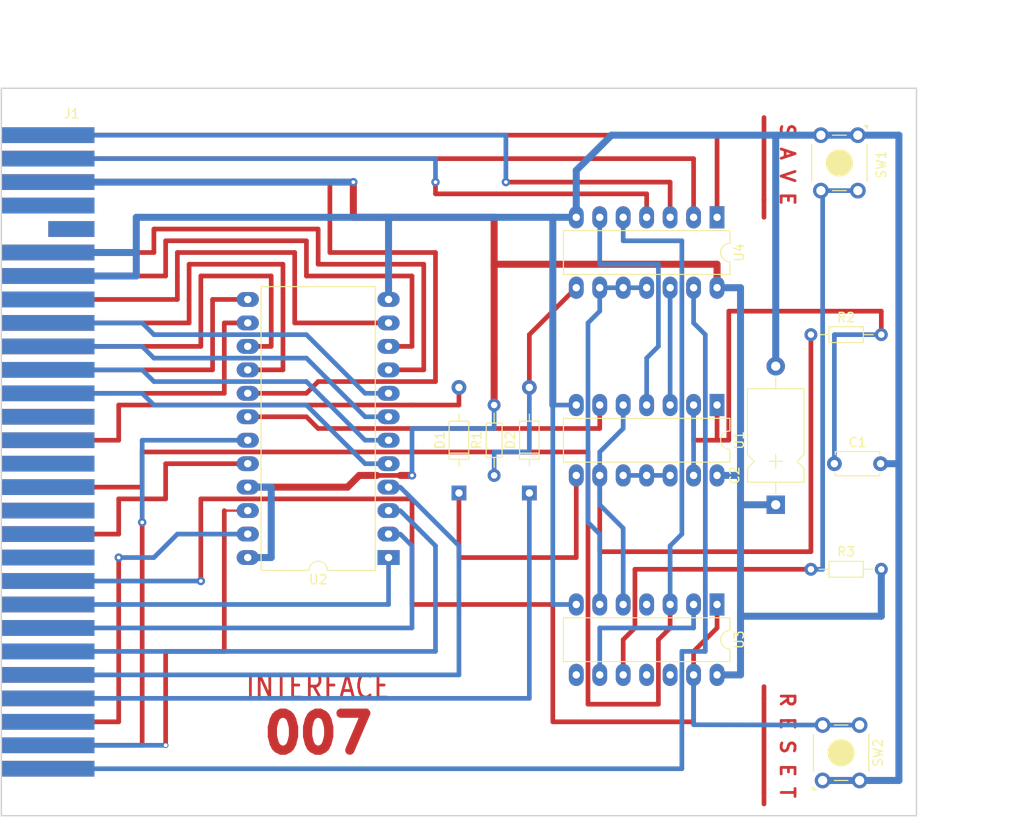
<source format=kicad_pcb>
(kicad_pcb (version 4) (host pcbnew 4.0.6)

  (general
    (links 74)
    (no_connects 0)
    (area 85.014999 46.914999 184.225001 125.805001)
    (thickness 1.6)
    (drawings 10)
    (tracks 311)
    (zones 0)
    (modules 14)
    (nets 43)
  )

  (page A4)
  (layers
    (0 F.Cu signal)
    (31 B.Cu signal)
    (32 B.Adhes user)
    (33 F.Adhes user)
    (34 B.Paste user)
    (35 F.Paste user)
    (36 B.SilkS user)
    (37 F.SilkS user)
    (38 B.Mask user)
    (39 F.Mask user)
    (40 Dwgs.User user)
    (41 Cmts.User user)
    (42 Eco1.User user)
    (43 Eco2.User user)
    (44 Edge.Cuts user)
    (45 Margin user)
    (46 B.CrtYd user)
    (47 F.CrtYd user)
    (48 B.Fab user)
    (49 F.Fab user)
  )

  (setup
    (last_trace_width 0.508)
    (trace_clearance 0.2)
    (zone_clearance 0.508)
    (zone_45_only no)
    (trace_min 0.2)
    (segment_width 0.2)
    (edge_width 0.15)
    (via_size 1.2)
    (via_drill 0.4)
    (via_min_size 0.4)
    (via_min_drill 0.3)
    (uvia_size 0.3)
    (uvia_drill 0.1)
    (uvias_allowed no)
    (uvia_min_size 0.2)
    (uvia_min_drill 0.1)
    (pcb_text_width 0.3)
    (pcb_text_size 1.5 1.5)
    (mod_edge_width 0.15)
    (mod_text_size 1 1)
    (mod_text_width 0.15)
    (pad_size 1.524 1.524)
    (pad_drill 0.762)
    (pad_to_mask_clearance 0.2)
    (aux_axis_origin 0 0)
    (visible_elements 7FFFFFFF)
    (pcbplotparams
      (layerselection 0x00030_80000001)
      (usegerberextensions false)
      (excludeedgelayer true)
      (linewidth 0.100000)
      (plotframeref false)
      (viasonmask false)
      (mode 1)
      (useauxorigin false)
      (hpglpennumber 1)
      (hpglpenspeed 20)
      (hpglpendiameter 15)
      (hpglpenoverlay 2)
      (psnegative false)
      (psa4output false)
      (plotreference true)
      (plotvalue true)
      (plotinvisibletext false)
      (padsonsilk false)
      (subtractmaskfromsilk false)
      (outputformat 1)
      (mirror false)
      (drillshape 1)
      (scaleselection 1)
      (outputdirectory ""))
  )

  (net 0 "")
  (net 1 "Net-(U1-Pad3)")
  (net 2 "Net-(U1-Pad10)")
  (net 3 "Net-(U1-Pad4)")
  (net 4 GND)
  (net 5 /D3)
  (net 6 /D4)
  (net 7 /D5)
  (net 8 /D6)
  (net 9 /D7)
  (net 10 /D0)
  (net 11 /D1)
  (net 12 /D2)
  (net 13 "Net-(U3-Pad2)")
  (net 14 "Net-(U3-Pad6)")
  (net 15 "Net-(C1-Pad1)")
  (net 16 "Net-(D1-Pad1)")
  (net 17 "Net-(D2-Pad2)")
  (net 18 +5V)
  (net 19 "Net-(J1-Pad36)")
  (net 20 "Net-(R2-Pad1)")
  (net 21 "Net-(R3-Pad2)")
  (net 22 /NMI)
  (net 23 /ROMCS)
  (net 24 /A14)
  (net 25 /A15)
  (net 26 /A12)
  (net 27 /A13)
  (net 28 /A0)
  (net 29 /A1)
  (net 30 /A2)
  (net 31 /A3)
  (net 32 /MREQ)
  (net 33 /RESET)
  (net 34 /A7)
  (net 35 /A6)
  (net 36 /A5)
  (net 37 /A4)
  (net 38 /A8)
  (net 39 /A9)
  (net 40 /A10)
  (net 41 /A11)
  (net 42 /EPROMOE)

  (net_class Default "Esta es la clase de red por defecto."
    (clearance 0.2)
    (trace_width 0.508)
    (via_dia 1.2)
    (via_drill 0.4)
    (uvia_dia 0.3)
    (uvia_drill 0.1)
    (add_net /A0)
    (add_net /A1)
    (add_net /A10)
    (add_net /A11)
    (add_net /A12)
    (add_net /A13)
    (add_net /A14)
    (add_net /A15)
    (add_net /A2)
    (add_net /A3)
    (add_net /A4)
    (add_net /A5)
    (add_net /A6)
    (add_net /A7)
    (add_net /A8)
    (add_net /A9)
    (add_net /D0)
    (add_net /D1)
    (add_net /D2)
    (add_net /D3)
    (add_net /D4)
    (add_net /D5)
    (add_net /D6)
    (add_net /D7)
    (add_net /EPROMOE)
    (add_net /MREQ)
    (add_net /NMI)
    (add_net /RESET)
    (add_net /ROMCS)
    (add_net "Net-(C1-Pad1)")
    (add_net "Net-(D1-Pad1)")
    (add_net "Net-(D2-Pad2)")
    (add_net "Net-(J1-Pad36)")
    (add_net "Net-(R2-Pad1)")
    (add_net "Net-(R3-Pad2)")
    (add_net "Net-(U1-Pad10)")
    (add_net "Net-(U1-Pad3)")
    (add_net "Net-(U1-Pad4)")
    (add_net "Net-(U3-Pad2)")
    (add_net "Net-(U3-Pad6)")
  )

  (net_class POTENCIA ""
    (clearance 0.2)
    (trace_width 0.762)
    (via_dia 1.2)
    (via_drill 0.4)
    (uvia_dia 0.3)
    (uvia_drill 0.1)
    (add_net +5V)
    (add_net GND)
  )

  (module Capacitors_THT:C_Disc_D4.7mm_W2.5mm_P5.00mm (layer F.Cu) (tedit 5920C254) (tstamp 5929ADEC)
    (at 175.26 87.63)
    (descr "C, Disc series, Radial, pin pitch=5.00mm, , diameter*width=4.7*2.5mm^2, Capacitor, http://www.vishay.com/docs/45233/krseries.pdf")
    (tags "C Disc series Radial pin pitch 5.00mm  diameter 4.7mm width 2.5mm Capacitor")
    (path /59288B60)
    (fp_text reference C1 (at 2.5 -2.31) (layer F.SilkS)
      (effects (font (size 1 1) (thickness 0.15)))
    )
    (fp_text value 100n (at 2.5 2.31) (layer F.Fab)
      (effects (font (size 1 1) (thickness 0.15)))
    )
    (fp_text user %R (at 2.5 0) (layer F.Fab)
      (effects (font (size 1 1) (thickness 0.15)))
    )
    (fp_line (start 0.15 -1.25) (end 0.15 1.25) (layer F.Fab) (width 0.1))
    (fp_line (start 0.15 1.25) (end 4.85 1.25) (layer F.Fab) (width 0.1))
    (fp_line (start 4.85 1.25) (end 4.85 -1.25) (layer F.Fab) (width 0.1))
    (fp_line (start 4.85 -1.25) (end 0.15 -1.25) (layer F.Fab) (width 0.1))
    (fp_line (start 0.09 -1.31) (end 4.91 -1.31) (layer F.SilkS) (width 0.12))
    (fp_line (start 0.09 1.31) (end 4.91 1.31) (layer F.SilkS) (width 0.12))
    (fp_line (start 0.09 -1.31) (end 0.09 -0.996) (layer F.SilkS) (width 0.12))
    (fp_line (start 0.09 0.996) (end 0.09 1.31) (layer F.SilkS) (width 0.12))
    (fp_line (start 4.91 -1.31) (end 4.91 -0.996) (layer F.SilkS) (width 0.12))
    (fp_line (start 4.91 0.996) (end 4.91 1.31) (layer F.SilkS) (width 0.12))
    (fp_line (start -1.05 -1.6) (end -1.05 1.6) (layer F.CrtYd) (width 0.05))
    (fp_line (start -1.05 1.6) (end 6.05 1.6) (layer F.CrtYd) (width 0.05))
    (fp_line (start 6.05 1.6) (end 6.05 -1.6) (layer F.CrtYd) (width 0.05))
    (fp_line (start 6.05 -1.6) (end -1.05 -1.6) (layer F.CrtYd) (width 0.05))
    (pad 1 thru_hole circle (at 0 0) (size 1.6 1.6) (drill 0.8) (layers *.Cu *.Mask)
      (net 15 "Net-(C1-Pad1)"))
    (pad 2 thru_hole circle (at 5 0) (size 1.6 1.6) (drill 0.8) (layers *.Cu *.Mask)
      (net 4 GND))
    (model ${KISYS3DMOD}/Capacitors_THT.3dshapes/C_Disc_D4.7mm_W2.5mm_P5.00mm.wrl
      (at (xyz 0 0 0))
      (scale (xyz 0.393701 0.393701 0.393701))
      (rotate (xyz 0 0 0))
    )
  )

  (module Capacitors_THT:CP_Axial_L10.0mm_D6.0mm_P15.00mm_Horizontal (layer F.Cu) (tedit 592AE8D7) (tstamp 5929ADF2)
    (at 168.91 92.075 90)
    (descr "CP, Axial series, Axial, Horizontal, pin pitch=15mm, , length*diameter=10*6mm^2, Electrolytic Capacitor, , http://www.vishay.com/docs/28325/021asm.pdf")
    (tags "CP Axial series Axial Horizontal pin pitch 15mm  length 10mm diameter 6mm Electrolytic Capacitor")
    (path /59288BF3)
    (fp_text reference C2 (at 3.175 -4.445 90) (layer F.SilkS)
      (effects (font (size 1 1) (thickness 0.15)))
    )
    (fp_text value 100uF (at 8.255 1.905 90) (layer F.Fab)
      (effects (font (size 1 1) (thickness 0.15)))
    )
    (fp_text user %R (at 7.5 0 90) (layer F.Fab)
      (effects (font (size 1 1) (thickness 0.15)))
    )
    (fp_line (start 2.5 -3) (end 2.5 3) (layer F.Fab) (width 0.1))
    (fp_line (start 12.5 -3) (end 12.5 3) (layer F.Fab) (width 0.1))
    (fp_line (start 2.5 -3) (end 3.94 -3) (layer F.Fab) (width 0.1))
    (fp_line (start 3.94 -3) (end 4.69 -2.25) (layer F.Fab) (width 0.1))
    (fp_line (start 4.69 -2.25) (end 5.44 -3) (layer F.Fab) (width 0.1))
    (fp_line (start 5.44 -3) (end 12.5 -3) (layer F.Fab) (width 0.1))
    (fp_line (start 2.5 3) (end 3.94 3) (layer F.Fab) (width 0.1))
    (fp_line (start 3.94 3) (end 4.69 2.25) (layer F.Fab) (width 0.1))
    (fp_line (start 4.69 2.25) (end 5.44 3) (layer F.Fab) (width 0.1))
    (fp_line (start 5.44 3) (end 12.5 3) (layer F.Fab) (width 0.1))
    (fp_line (start 0 0) (end 2.5 0) (layer F.Fab) (width 0.1))
    (fp_line (start 15 0) (end 12.5 0) (layer F.Fab) (width 0.1))
    (fp_line (start 3.95 0) (end 5.45 0) (layer F.Fab) (width 0.1))
    (fp_line (start 4.7 -0.75) (end 4.7 0.75) (layer F.Fab) (width 0.1))
    (fp_line (start 3.95 0) (end 5.45 0) (layer F.SilkS) (width 0.12))
    (fp_line (start 4.7 -0.75) (end 4.7 0.75) (layer F.SilkS) (width 0.12))
    (fp_line (start 2.44 -3.06) (end 2.44 3.06) (layer F.SilkS) (width 0.12))
    (fp_line (start 12.56 -3.06) (end 12.56 3.06) (layer F.SilkS) (width 0.12))
    (fp_line (start 2.44 -3.06) (end 3.94 -3.06) (layer F.SilkS) (width 0.12))
    (fp_line (start 3.94 -3.06) (end 4.69 -2.31) (layer F.SilkS) (width 0.12))
    (fp_line (start 4.69 -2.31) (end 5.44 -3.06) (layer F.SilkS) (width 0.12))
    (fp_line (start 5.44 -3.06) (end 12.56 -3.06) (layer F.SilkS) (width 0.12))
    (fp_line (start 2.44 3.06) (end 3.94 3.06) (layer F.SilkS) (width 0.12))
    (fp_line (start 3.94 3.06) (end 4.69 2.31) (layer F.SilkS) (width 0.12))
    (fp_line (start 4.69 2.31) (end 5.44 3.06) (layer F.SilkS) (width 0.12))
    (fp_line (start 5.44 3.06) (end 12.56 3.06) (layer F.SilkS) (width 0.12))
    (fp_line (start 1.18 0) (end 2.44 0) (layer F.SilkS) (width 0.12))
    (fp_line (start 13.82 0) (end 12.56 0) (layer F.SilkS) (width 0.12))
    (fp_line (start -1.25 -3.35) (end -1.25 3.35) (layer F.CrtYd) (width 0.05))
    (fp_line (start -1.25 3.35) (end 16.25 3.35) (layer F.CrtYd) (width 0.05))
    (fp_line (start 16.25 3.35) (end 16.25 -3.35) (layer F.CrtYd) (width 0.05))
    (fp_line (start 16.25 -3.35) (end -1.25 -3.35) (layer F.CrtYd) (width 0.05))
    (pad 1 thru_hole rect (at 0 0 90) (size 2 2) (drill 1) (layers *.Cu *.Mask)
      (net 18 +5V))
    (pad 2 thru_hole oval (at 15 0 90) (size 2 2) (drill 1) (layers *.Cu *.Mask)
      (net 4 GND))
    (model ${KISYS3DMOD}/Capacitors_THT.3dshapes/CP_Axial_L10.0mm_D6.0mm_P15.00mm_Horizontal.wrl
      (at (xyz 0 0 0))
      (scale (xyz 0.393701 0.393701 0.393701))
      (rotate (xyz 0 0 0))
    )
  )

  (module Resistors_THT:R_Axial_DIN0204_L3.6mm_D1.6mm_P7.62mm_Horizontal (layer F.Cu) (tedit 592B0752) (tstamp 5929AE40)
    (at 138.43 81.28 270)
    (descr "Resistor, Axial_DIN0204 series, Axial, Horizontal, pin pitch=7.62mm, 0.16666666666666666W = 1/6W, length*diameter=3.6*1.6mm^2, http://cdn-reichelt.de/documents/datenblatt/B400/1_4W%23YAG.pdf")
    (tags "Resistor Axial_DIN0204 series Axial Horizontal pin pitch 7.62mm 0.16666666666666666W = 1/6W length 3.6mm diameter 1.6mm")
    (path /592881C5)
    (fp_text reference R1 (at 3.81 1.905 270) (layer F.SilkS)
      (effects (font (size 1 1) (thickness 0.15)))
    )
    (fp_text value 330 (at 3.81 0 270) (layer F.Fab)
      (effects (font (size 1 1) (thickness 0.15)))
    )
    (fp_line (start 2.01 -0.8) (end 2.01 0.8) (layer F.Fab) (width 0.1))
    (fp_line (start 2.01 0.8) (end 5.61 0.8) (layer F.Fab) (width 0.1))
    (fp_line (start 5.61 0.8) (end 5.61 -0.8) (layer F.Fab) (width 0.1))
    (fp_line (start 5.61 -0.8) (end 2.01 -0.8) (layer F.Fab) (width 0.1))
    (fp_line (start 0 0) (end 2.01 0) (layer F.Fab) (width 0.1))
    (fp_line (start 7.62 0) (end 5.61 0) (layer F.Fab) (width 0.1))
    (fp_line (start 1.95 -0.86) (end 1.95 0.86) (layer F.SilkS) (width 0.12))
    (fp_line (start 1.95 0.86) (end 5.67 0.86) (layer F.SilkS) (width 0.12))
    (fp_line (start 5.67 0.86) (end 5.67 -0.86) (layer F.SilkS) (width 0.12))
    (fp_line (start 5.67 -0.86) (end 1.95 -0.86) (layer F.SilkS) (width 0.12))
    (fp_line (start 0.88 0) (end 1.95 0) (layer F.SilkS) (width 0.12))
    (fp_line (start 6.74 0) (end 5.67 0) (layer F.SilkS) (width 0.12))
    (fp_line (start -0.95 -1.15) (end -0.95 1.15) (layer F.CrtYd) (width 0.05))
    (fp_line (start -0.95 1.15) (end 8.6 1.15) (layer F.CrtYd) (width 0.05))
    (fp_line (start 8.6 1.15) (end 8.6 -1.15) (layer F.CrtYd) (width 0.05))
    (fp_line (start 8.6 -1.15) (end -0.95 -1.15) (layer F.CrtYd) (width 0.05))
    (pad 1 thru_hole circle (at 0 0 270) (size 1.4 1.4) (drill 0.7) (layers *.Cu *.Mask)
      (net 18 +5V))
    (pad 2 thru_hole oval (at 7.62 0 270) (size 1.4 1.4) (drill 0.7) (layers *.Cu *.Mask)
      (net 17 "Net-(D2-Pad2)"))
    (model Resistors_THT.3dshapes/R_Axial_DIN0204_L3.6mm_D1.6mm_P7.62mm_Horizontal.wrl
      (at (xyz 0 0 0))
      (scale (xyz 0.393701 0.393701 0.393701))
      (rotate (xyz 0 0 0))
    )
  )

  (module Resistors_THT:R_Axial_DIN0204_L3.6mm_D1.6mm_P7.62mm_Horizontal (layer F.Cu) (tedit 5874F706) (tstamp 5929AE46)
    (at 172.72 73.66)
    (descr "Resistor, Axial_DIN0204 series, Axial, Horizontal, pin pitch=7.62mm, 0.16666666666666666W = 1/6W, length*diameter=3.6*1.6mm^2, http://cdn-reichelt.de/documents/datenblatt/B400/1_4W%23YAG.pdf")
    (tags "Resistor Axial_DIN0204 series Axial Horizontal pin pitch 7.62mm 0.16666666666666666W = 1/6W length 3.6mm diameter 1.6mm")
    (path /59288568)
    (fp_text reference R2 (at 3.81 -1.86) (layer F.SilkS)
      (effects (font (size 1 1) (thickness 0.15)))
    )
    (fp_text value 100 (at 3.81 1.86) (layer F.Fab)
      (effects (font (size 1 1) (thickness 0.15)))
    )
    (fp_line (start 2.01 -0.8) (end 2.01 0.8) (layer F.Fab) (width 0.1))
    (fp_line (start 2.01 0.8) (end 5.61 0.8) (layer F.Fab) (width 0.1))
    (fp_line (start 5.61 0.8) (end 5.61 -0.8) (layer F.Fab) (width 0.1))
    (fp_line (start 5.61 -0.8) (end 2.01 -0.8) (layer F.Fab) (width 0.1))
    (fp_line (start 0 0) (end 2.01 0) (layer F.Fab) (width 0.1))
    (fp_line (start 7.62 0) (end 5.61 0) (layer F.Fab) (width 0.1))
    (fp_line (start 1.95 -0.86) (end 1.95 0.86) (layer F.SilkS) (width 0.12))
    (fp_line (start 1.95 0.86) (end 5.67 0.86) (layer F.SilkS) (width 0.12))
    (fp_line (start 5.67 0.86) (end 5.67 -0.86) (layer F.SilkS) (width 0.12))
    (fp_line (start 5.67 -0.86) (end 1.95 -0.86) (layer F.SilkS) (width 0.12))
    (fp_line (start 0.88 0) (end 1.95 0) (layer F.SilkS) (width 0.12))
    (fp_line (start 6.74 0) (end 5.67 0) (layer F.SilkS) (width 0.12))
    (fp_line (start -0.95 -1.15) (end -0.95 1.15) (layer F.CrtYd) (width 0.05))
    (fp_line (start -0.95 1.15) (end 8.6 1.15) (layer F.CrtYd) (width 0.05))
    (fp_line (start 8.6 1.15) (end 8.6 -1.15) (layer F.CrtYd) (width 0.05))
    (fp_line (start 8.6 -1.15) (end -0.95 -1.15) (layer F.CrtYd) (width 0.05))
    (pad 1 thru_hole circle (at 0 0) (size 1.4 1.4) (drill 0.7) (layers *.Cu *.Mask)
      (net 20 "Net-(R2-Pad1)"))
    (pad 2 thru_hole oval (at 7.62 0) (size 1.4 1.4) (drill 0.7) (layers *.Cu *.Mask)
      (net 15 "Net-(C1-Pad1)"))
    (model Resistors_THT.3dshapes/R_Axial_DIN0204_L3.6mm_D1.6mm_P7.62mm_Horizontal.wrl
      (at (xyz 0 0 0))
      (scale (xyz 0.393701 0.393701 0.393701))
      (rotate (xyz 0 0 0))
    )
  )

  (module Resistors_THT:R_Axial_DIN0204_L3.6mm_D1.6mm_P7.62mm_Horizontal (layer F.Cu) (tedit 592AE85E) (tstamp 5929AE4C)
    (at 180.34 99.06 180)
    (descr "Resistor, Axial_DIN0204 series, Axial, Horizontal, pin pitch=7.62mm, 0.16666666666666666W = 1/6W, length*diameter=3.6*1.6mm^2, http://cdn-reichelt.de/documents/datenblatt/B400/1_4W%23YAG.pdf")
    (tags "Resistor Axial_DIN0204 series Axial Horizontal pin pitch 7.62mm 0.16666666666666666W = 1/6W length 3.6mm diameter 1.6mm")
    (path /59288A3F)
    (fp_text reference R3 (at 3.81 1.905 180) (layer F.SilkS)
      (effects (font (size 1 1) (thickness 0.15)))
    )
    (fp_text value 4k7 (at 3.81 -1.905 180) (layer F.Fab)
      (effects (font (size 1 1) (thickness 0.15)))
    )
    (fp_line (start 2.01 -0.8) (end 2.01 0.8) (layer F.Fab) (width 0.1))
    (fp_line (start 2.01 0.8) (end 5.61 0.8) (layer F.Fab) (width 0.1))
    (fp_line (start 5.61 0.8) (end 5.61 -0.8) (layer F.Fab) (width 0.1))
    (fp_line (start 5.61 -0.8) (end 2.01 -0.8) (layer F.Fab) (width 0.1))
    (fp_line (start 0 0) (end 2.01 0) (layer F.Fab) (width 0.1))
    (fp_line (start 7.62 0) (end 5.61 0) (layer F.Fab) (width 0.1))
    (fp_line (start 1.95 -0.86) (end 1.95 0.86) (layer F.SilkS) (width 0.12))
    (fp_line (start 1.95 0.86) (end 5.67 0.86) (layer F.SilkS) (width 0.12))
    (fp_line (start 5.67 0.86) (end 5.67 -0.86) (layer F.SilkS) (width 0.12))
    (fp_line (start 5.67 -0.86) (end 1.95 -0.86) (layer F.SilkS) (width 0.12))
    (fp_line (start 0.88 0) (end 1.95 0) (layer F.SilkS) (width 0.12))
    (fp_line (start 6.74 0) (end 5.67 0) (layer F.SilkS) (width 0.12))
    (fp_line (start -0.95 -1.15) (end -0.95 1.15) (layer F.CrtYd) (width 0.05))
    (fp_line (start -0.95 1.15) (end 8.6 1.15) (layer F.CrtYd) (width 0.05))
    (fp_line (start 8.6 1.15) (end 8.6 -1.15) (layer F.CrtYd) (width 0.05))
    (fp_line (start 8.6 -1.15) (end -0.95 -1.15) (layer F.CrtYd) (width 0.05))
    (pad 1 thru_hole circle (at 0 0 180) (size 1.4 1.4) (drill 0.7) (layers *.Cu *.Mask)
      (net 18 +5V))
    (pad 2 thru_hole oval (at 7.62 0 180) (size 1.4 1.4) (drill 0.7) (layers *.Cu *.Mask)
      (net 21 "Net-(R3-Pad2)"))
    (model Resistors_THT.3dshapes/R_Axial_DIN0204_L3.6mm_D1.6mm_P7.62mm_Horizontal.wrl
      (at (xyz 0 0 0))
      (scale (xyz 0.393701 0.393701 0.393701))
      (rotate (xyz 0 0 0))
    )
  )

  (module Buttons_Switches_THT:SW_TH_Tactile_Omron_B3F-10xx (layer F.Cu) (tedit 592AE886) (tstamp 5929AE54)
    (at 177.8 52.07 270)
    (descr SW_TH_Tactile_Omron_B3F-10xx)
    (tags "Omron B3F-10xx")
    (path /59291389)
    (fp_text reference SW1 (at 3.175 -2.54 270) (layer F.SilkS)
      (effects (font (size 1 1) (thickness 0.15)))
    )
    (fp_text value SAVE (at 3.175 -4.445 270) (layer F.Fab)
      (effects (font (size 1 1) (thickness 0.15)))
    )
    (fp_line (start -0.95 -1) (end -0.95 -0.9) (layer F.SilkS) (width 0.12))
    (fp_line (start -1.05 -1.05) (end -0.7 -1.05) (layer F.SilkS) (width 0.12))
    (fp_arc (start 0 0) (end -1.05 -0.7) (angle 22.61986495) (layer F.SilkS) (width 0.12))
    (fp_line (start -1.05 -1.05) (end -1.05 -0.7) (layer F.SilkS) (width 0.12))
    (fp_line (start 7.15 -1.15) (end 0.45 -1.15) (layer F.CrtYd) (width 0.05))
    (fp_line (start 7.15 5.15) (end 7.15 -1.15) (layer F.CrtYd) (width 0.05))
    (fp_line (start -1.15 5.15) (end 7.15 5.15) (layer F.CrtYd) (width 0.05))
    (fp_line (start -1.15 0) (end -1.15 5.15) (layer F.CrtYd) (width 0.05))
    (fp_line (start -1.15 -1.15) (end 0.45 -1.15) (layer F.CrtYd) (width 0.05))
    (fp_line (start -1.15 0) (end -1.15 -1.15) (layer F.CrtYd) (width 0.05))
    (fp_circle (center 3 2) (end 4 3) (layer F.SilkS) (width 0.12))
    (fp_line (start 1 5) (end 5 5) (layer F.SilkS) (width 0.12))
    (fp_line (start 1 -1) (end 5 -1) (layer F.SilkS) (width 0.12))
    (fp_line (start 0 2.75) (end 0 1.25) (layer F.SilkS) (width 0.12))
    (fp_line (start 6 1.25) (end 6 2.75) (layer F.SilkS) (width 0.12))
    (fp_line (start 0 2) (end 0 2) (layer F.SilkS) (width 0))
    (fp_line (start 5 5) (end 1 5) (layer F.SilkS) (width 0))
    (fp_line (start 5 -1) (end 1 -1) (layer F.SilkS) (width 0))
    (fp_line (start 6 2) (end 6 2) (layer F.SilkS) (width 0))
    (fp_circle (center 3 2) (end 4 3) (layer F.SilkS) (width 0))
    (pad 4 thru_hole circle (at 6 4 270) (size 1.7 1.7) (drill 1) (layers *.Cu *.Mask)
      (net 21 "Net-(R3-Pad2)"))
    (pad 3 thru_hole circle (at 0 4 270) (size 1.7 1.7) (drill 1) (layers *.Cu *.Mask)
      (net 4 GND))
    (pad 2 thru_hole circle (at 6 0 270) (size 1.7 1.7) (drill 1) (layers *.Cu *.Mask)
      (net 21 "Net-(R3-Pad2)"))
    (pad 1 thru_hole circle (at 0 0 270) (size 1.7 1.7) (drill 1) (layers *.Cu *.Mask)
      (net 4 GND))
  )

  (module Buttons_Switches_THT:SW_TH_Tactile_Omron_B3F-10xx (layer F.Cu) (tedit 592AE88D) (tstamp 5929AE5C)
    (at 173.99 121.92 90)
    (descr SW_TH_Tactile_Omron_B3F-10xx)
    (tags "Omron B3F-10xx")
    (path /59291440)
    (fp_text reference SW2 (at 3 6 90) (layer F.SilkS)
      (effects (font (size 1 1) (thickness 0.15)))
    )
    (fp_text value RESET (at 3.175 7.62 90) (layer F.Fab)
      (effects (font (size 1 1) (thickness 0.15)))
    )
    (fp_line (start -0.95 -1) (end -0.95 -0.9) (layer F.SilkS) (width 0.12))
    (fp_line (start -1.05 -1.05) (end -0.7 -1.05) (layer F.SilkS) (width 0.12))
    (fp_arc (start 0 0) (end -1.05 -0.7) (angle 22.61986495) (layer F.SilkS) (width 0.12))
    (fp_line (start -1.05 -1.05) (end -1.05 -0.7) (layer F.SilkS) (width 0.12))
    (fp_line (start 7.15 -1.15) (end 0.45 -1.15) (layer F.CrtYd) (width 0.05))
    (fp_line (start 7.15 5.15) (end 7.15 -1.15) (layer F.CrtYd) (width 0.05))
    (fp_line (start -1.15 5.15) (end 7.15 5.15) (layer F.CrtYd) (width 0.05))
    (fp_line (start -1.15 0) (end -1.15 5.15) (layer F.CrtYd) (width 0.05))
    (fp_line (start -1.15 -1.15) (end 0.45 -1.15) (layer F.CrtYd) (width 0.05))
    (fp_line (start -1.15 0) (end -1.15 -1.15) (layer F.CrtYd) (width 0.05))
    (fp_circle (center 3 2) (end 4 3) (layer F.SilkS) (width 0.12))
    (fp_line (start 1 5) (end 5 5) (layer F.SilkS) (width 0.12))
    (fp_line (start 1 -1) (end 5 -1) (layer F.SilkS) (width 0.12))
    (fp_line (start 0 2.75) (end 0 1.25) (layer F.SilkS) (width 0.12))
    (fp_line (start 6 1.25) (end 6 2.75) (layer F.SilkS) (width 0.12))
    (fp_line (start 0 2) (end 0 2) (layer F.SilkS) (width 0))
    (fp_line (start 5 5) (end 1 5) (layer F.SilkS) (width 0))
    (fp_line (start 5 -1) (end 1 -1) (layer F.SilkS) (width 0))
    (fp_line (start 6 2) (end 6 2) (layer F.SilkS) (width 0))
    (fp_circle (center 3 2) (end 4 3) (layer F.SilkS) (width 0))
    (pad 4 thru_hole circle (at 6 4 90) (size 1.7 1.7) (drill 1) (layers *.Cu *.Mask)
      (net 33 /RESET))
    (pad 3 thru_hole circle (at 0 4 90) (size 1.7 1.7) (drill 1) (layers *.Cu *.Mask)
      (net 4 GND))
    (pad 2 thru_hole circle (at 6 0 90) (size 1.7 1.7) (drill 1) (layers *.Cu *.Mask)
      (net 33 /RESET))
    (pad 1 thru_hole circle (at 0 0 90) (size 1.7 1.7) (drill 1) (layers *.Cu *.Mask)
      (net 4 GND))
  )

  (module Housings_DIP:DIP-14_W7.62mm_LongPads (layer F.Cu) (tedit 58CC8E2C) (tstamp 5929AE6E)
    (at 162.56 81.28 270)
    (descr "14-lead dip package, row spacing 7.62 mm (300 mils), LongPads")
    (tags "DIL DIP PDIP 2.54mm 7.62mm 300mil LongPads")
    (path /59287644)
    (fp_text reference U1 (at 3.81 -2.39 270) (layer F.SilkS)
      (effects (font (size 1 1) (thickness 0.15)))
    )
    (fp_text value 74LS10 (at 3.81 17.63 270) (layer F.Fab)
      (effects (font (size 1 1) (thickness 0.15)))
    )
    (fp_text user %R (at 3.81 7.62 270) (layer F.Fab)
      (effects (font (size 1 1) (thickness 0.15)))
    )
    (fp_line (start 1.635 -1.27) (end 6.985 -1.27) (layer F.Fab) (width 0.1))
    (fp_line (start 6.985 -1.27) (end 6.985 16.51) (layer F.Fab) (width 0.1))
    (fp_line (start 6.985 16.51) (end 0.635 16.51) (layer F.Fab) (width 0.1))
    (fp_line (start 0.635 16.51) (end 0.635 -0.27) (layer F.Fab) (width 0.1))
    (fp_line (start 0.635 -0.27) (end 1.635 -1.27) (layer F.Fab) (width 0.1))
    (fp_line (start 2.81 -1.39) (end 1.44 -1.39) (layer F.SilkS) (width 0.12))
    (fp_line (start 1.44 -1.39) (end 1.44 16.63) (layer F.SilkS) (width 0.12))
    (fp_line (start 1.44 16.63) (end 6.18 16.63) (layer F.SilkS) (width 0.12))
    (fp_line (start 6.18 16.63) (end 6.18 -1.39) (layer F.SilkS) (width 0.12))
    (fp_line (start 6.18 -1.39) (end 4.81 -1.39) (layer F.SilkS) (width 0.12))
    (fp_line (start -1.5 -1.6) (end -1.5 16.8) (layer F.CrtYd) (width 0.05))
    (fp_line (start -1.5 16.8) (end 9.1 16.8) (layer F.CrtYd) (width 0.05))
    (fp_line (start 9.1 16.8) (end 9.1 -1.6) (layer F.CrtYd) (width 0.05))
    (fp_line (start 9.1 -1.6) (end -1.5 -1.6) (layer F.CrtYd) (width 0.05))
    (fp_arc (start 3.81 -1.39) (end 2.81 -1.39) (angle -180) (layer F.SilkS) (width 0.12))
    (pad 1 thru_hole rect (at 0 0 270) (size 2.4 1.6) (drill 0.8) (layers *.Cu *.Mask)
      (net 15 "Net-(C1-Pad1)"))
    (pad 8 thru_hole oval (at 7.62 15.24 270) (size 2.4 1.6) (drill 0.8) (layers *.Cu *.Mask)
      (net 16 "Net-(D1-Pad1)"))
    (pad 2 thru_hole oval (at 0 2.54 270) (size 2.4 1.6) (drill 0.8) (layers *.Cu *.Mask)
      (net 15 "Net-(C1-Pad1)"))
    (pad 9 thru_hole oval (at 7.62 12.7 270) (size 2.4 1.6) (drill 0.8) (layers *.Cu *.Mask)
      (net 20 "Net-(R2-Pad1)"))
    (pad 3 thru_hole oval (at 0 5.08 270) (size 2.4 1.6) (drill 0.8) (layers *.Cu *.Mask)
      (net 1 "Net-(U1-Pad3)"))
    (pad 10 thru_hole oval (at 7.62 10.16 270) (size 2.4 1.6) (drill 0.8) (layers *.Cu *.Mask)
      (net 2 "Net-(U1-Pad10)"))
    (pad 4 thru_hole oval (at 0 7.62 270) (size 2.4 1.6) (drill 0.8) (layers *.Cu *.Mask)
      (net 3 "Net-(U1-Pad4)"))
    (pad 11 thru_hole oval (at 7.62 7.62 270) (size 2.4 1.6) (drill 0.8) (layers *.Cu *.Mask)
      (net 2 "Net-(U1-Pad10)"))
    (pad 5 thru_hole oval (at 0 10.16 270) (size 2.4 1.6) (drill 0.8) (layers *.Cu *.Mask)
      (net 20 "Net-(R2-Pad1)"))
    (pad 12 thru_hole oval (at 7.62 5.08 270) (size 2.4 1.6) (drill 0.8) (layers *.Cu *.Mask)
      (net 2 "Net-(U1-Pad10)"))
    (pad 6 thru_hole oval (at 0 12.7 270) (size 2.4 1.6) (drill 0.8) (layers *.Cu *.Mask)
      (net 42 /EPROMOE))
    (pad 13 thru_hole oval (at 7.62 2.54 270) (size 2.4 1.6) (drill 0.8) (layers *.Cu *.Mask)
      (net 15 "Net-(C1-Pad1)"))
    (pad 7 thru_hole oval (at 0 15.24 270) (size 2.4 1.6) (drill 0.8) (layers *.Cu *.Mask)
      (net 4 GND))
    (pad 14 thru_hole oval (at 7.62 0 270) (size 2.4 1.6) (drill 0.8) (layers *.Cu *.Mask)
      (net 18 +5V))
    (model ${KISYS3DMOD}/Housings_DIP.3dshapes/DIP-14_W7.62mm_LongPads.wrl
      (at (xyz 0 0 0))
      (scale (xyz 1 1 1))
      (rotate (xyz 0 0 0))
    )
  )

  (module Housings_DIP:DIP-24_W15.24mm_LongPads (layer F.Cu) (tedit 58CC8E2E) (tstamp 5929AE8A)
    (at 127 97.79 180)
    (descr "24-lead dip package, row spacing 15.24 mm (600 mils), LongPads")
    (tags "DIL DIP PDIP 2.54mm 15.24mm 600mil LongPads")
    (path /59287C5A)
    (fp_text reference U2 (at 7.62 -2.39 180) (layer F.SilkS)
      (effects (font (size 1 1) (thickness 0.15)))
    )
    (fp_text value 2716 (at 7.62 30.33 180) (layer F.Fab)
      (effects (font (size 1 1) (thickness 0.15)))
    )
    (fp_text user %R (at 7.62 13.97 180) (layer F.Fab)
      (effects (font (size 1 1) (thickness 0.15)))
    )
    (fp_line (start 1.255 -1.27) (end 14.985 -1.27) (layer F.Fab) (width 0.1))
    (fp_line (start 14.985 -1.27) (end 14.985 29.21) (layer F.Fab) (width 0.1))
    (fp_line (start 14.985 29.21) (end 0.255 29.21) (layer F.Fab) (width 0.1))
    (fp_line (start 0.255 29.21) (end 0.255 -0.27) (layer F.Fab) (width 0.1))
    (fp_line (start 0.255 -0.27) (end 1.255 -1.27) (layer F.Fab) (width 0.1))
    (fp_line (start 6.62 -1.39) (end 1.44 -1.39) (layer F.SilkS) (width 0.12))
    (fp_line (start 1.44 -1.39) (end 1.44 29.33) (layer F.SilkS) (width 0.12))
    (fp_line (start 1.44 29.33) (end 13.8 29.33) (layer F.SilkS) (width 0.12))
    (fp_line (start 13.8 29.33) (end 13.8 -1.39) (layer F.SilkS) (width 0.12))
    (fp_line (start 13.8 -1.39) (end 8.62 -1.39) (layer F.SilkS) (width 0.12))
    (fp_line (start -1.5 -1.6) (end -1.5 29.5) (layer F.CrtYd) (width 0.05))
    (fp_line (start -1.5 29.5) (end 16.7 29.5) (layer F.CrtYd) (width 0.05))
    (fp_line (start 16.7 29.5) (end 16.7 -1.6) (layer F.CrtYd) (width 0.05))
    (fp_line (start 16.7 -1.6) (end -1.5 -1.6) (layer F.CrtYd) (width 0.05))
    (fp_arc (start 7.62 -1.39) (end 6.62 -1.39) (angle -180) (layer F.SilkS) (width 0.12))
    (pad 1 thru_hole rect (at 0 0 180) (size 2.4 1.6) (drill 0.8) (layers *.Cu *.Mask)
      (net 34 /A7))
    (pad 13 thru_hole oval (at 15.24 27.94 180) (size 2.4 1.6) (drill 0.8) (layers *.Cu *.Mask)
      (net 5 /D3))
    (pad 2 thru_hole oval (at 0 2.54 180) (size 2.4 1.6) (drill 0.8) (layers *.Cu *.Mask)
      (net 35 /A6))
    (pad 14 thru_hole oval (at 15.24 25.4 180) (size 2.4 1.6) (drill 0.8) (layers *.Cu *.Mask)
      (net 6 /D4))
    (pad 3 thru_hole oval (at 0 5.08 180) (size 2.4 1.6) (drill 0.8) (layers *.Cu *.Mask)
      (net 36 /A5))
    (pad 15 thru_hole oval (at 15.24 22.86 180) (size 2.4 1.6) (drill 0.8) (layers *.Cu *.Mask)
      (net 7 /D5))
    (pad 4 thru_hole oval (at 0 7.62 180) (size 2.4 1.6) (drill 0.8) (layers *.Cu *.Mask)
      (net 37 /A4))
    (pad 16 thru_hole oval (at 15.24 20.32 180) (size 2.4 1.6) (drill 0.8) (layers *.Cu *.Mask)
      (net 8 /D6))
    (pad 5 thru_hole oval (at 0 10.16 180) (size 2.4 1.6) (drill 0.8) (layers *.Cu *.Mask)
      (net 31 /A3))
    (pad 17 thru_hole oval (at 15.24 17.78 180) (size 2.4 1.6) (drill 0.8) (layers *.Cu *.Mask)
      (net 9 /D7))
    (pad 6 thru_hole oval (at 0 12.7 180) (size 2.4 1.6) (drill 0.8) (layers *.Cu *.Mask)
      (net 30 /A2))
    (pad 18 thru_hole oval (at 15.24 15.24 180) (size 2.4 1.6) (drill 0.8) (layers *.Cu *.Mask)
      (net 42 /EPROMOE))
    (pad 7 thru_hole oval (at 0 15.24 180) (size 2.4 1.6) (drill 0.8) (layers *.Cu *.Mask)
      (net 29 /A1))
    (pad 19 thru_hole oval (at 15.24 12.7 180) (size 2.4 1.6) (drill 0.8) (layers *.Cu *.Mask)
      (net 40 /A10))
    (pad 8 thru_hole oval (at 0 17.78 180) (size 2.4 1.6) (drill 0.8) (layers *.Cu *.Mask)
      (net 28 /A0))
    (pad 20 thru_hole oval (at 15.24 10.16 180) (size 2.4 1.6) (drill 0.8) (layers *.Cu *.Mask)
      (net 19 "Net-(J1-Pad36)"))
    (pad 9 thru_hole oval (at 0 20.32 180) (size 2.4 1.6) (drill 0.8) (layers *.Cu *.Mask)
      (net 10 /D0))
    (pad 21 thru_hole oval (at 15.24 7.62 180) (size 2.4 1.6) (drill 0.8) (layers *.Cu *.Mask)
      (net 18 +5V))
    (pad 10 thru_hole oval (at 0 22.86 180) (size 2.4 1.6) (drill 0.8) (layers *.Cu *.Mask)
      (net 11 /D1))
    (pad 22 thru_hole oval (at 15.24 5.08 180) (size 2.4 1.6) (drill 0.8) (layers *.Cu *.Mask)
      (net 39 /A9))
    (pad 11 thru_hole oval (at 0 25.4 180) (size 2.4 1.6) (drill 0.8) (layers *.Cu *.Mask)
      (net 12 /D2))
    (pad 23 thru_hole oval (at 15.24 2.54 180) (size 2.4 1.6) (drill 0.8) (layers *.Cu *.Mask)
      (net 38 /A8))
    (pad 12 thru_hole oval (at 0 27.94 180) (size 2.4 1.6) (drill 0.8) (layers *.Cu *.Mask)
      (net 4 GND))
    (pad 24 thru_hole oval (at 15.24 0 180) (size 2.4 1.6) (drill 0.8) (layers *.Cu *.Mask)
      (net 18 +5V))
    (model ${KISYS3DMOD}/Housings_DIP.3dshapes/DIP-24_W15.24mm_LongPads.wrl
      (at (xyz 0 0 0))
      (scale (xyz 1 1 1))
      (rotate (xyz 0 0 0))
    )
  )

  (module Housings_DIP:DIP-14_W7.62mm_LongPads (layer F.Cu) (tedit 58CC8E2C) (tstamp 5929AE9C)
    (at 162.56 102.87 270)
    (descr "14-lead dip package, row spacing 7.62 mm (300 mils), LongPads")
    (tags "DIL DIP PDIP 2.54mm 7.62mm 300mil LongPads")
    (path /59287A30)
    (fp_text reference U3 (at 3.81 -2.39 270) (layer F.SilkS)
      (effects (font (size 1 1) (thickness 0.15)))
    )
    (fp_text value 74LS74 (at 3.81 17.63 270) (layer F.Fab)
      (effects (font (size 1 1) (thickness 0.15)))
    )
    (fp_text user %R (at 3.81 7.62 270) (layer F.Fab)
      (effects (font (size 1 1) (thickness 0.15)))
    )
    (fp_line (start 1.635 -1.27) (end 6.985 -1.27) (layer F.Fab) (width 0.1))
    (fp_line (start 6.985 -1.27) (end 6.985 16.51) (layer F.Fab) (width 0.1))
    (fp_line (start 6.985 16.51) (end 0.635 16.51) (layer F.Fab) (width 0.1))
    (fp_line (start 0.635 16.51) (end 0.635 -0.27) (layer F.Fab) (width 0.1))
    (fp_line (start 0.635 -0.27) (end 1.635 -1.27) (layer F.Fab) (width 0.1))
    (fp_line (start 2.81 -1.39) (end 1.44 -1.39) (layer F.SilkS) (width 0.12))
    (fp_line (start 1.44 -1.39) (end 1.44 16.63) (layer F.SilkS) (width 0.12))
    (fp_line (start 1.44 16.63) (end 6.18 16.63) (layer F.SilkS) (width 0.12))
    (fp_line (start 6.18 16.63) (end 6.18 -1.39) (layer F.SilkS) (width 0.12))
    (fp_line (start 6.18 -1.39) (end 4.81 -1.39) (layer F.SilkS) (width 0.12))
    (fp_line (start -1.5 -1.6) (end -1.5 16.8) (layer F.CrtYd) (width 0.05))
    (fp_line (start -1.5 16.8) (end 9.1 16.8) (layer F.CrtYd) (width 0.05))
    (fp_line (start 9.1 16.8) (end 9.1 -1.6) (layer F.CrtYd) (width 0.05))
    (fp_line (start 9.1 -1.6) (end -1.5 -1.6) (layer F.CrtYd) (width 0.05))
    (fp_arc (start 3.81 -1.39) (end 2.81 -1.39) (angle -180) (layer F.SilkS) (width 0.12))
    (pad 1 thru_hole rect (at 0 0 270) (size 2.4 1.6) (drill 0.8) (layers *.Cu *.Mask)
      (net 33 /RESET))
    (pad 8 thru_hole oval (at 7.62 15.24 270) (size 2.4 1.6) (drill 0.8) (layers *.Cu *.Mask))
    (pad 2 thru_hole oval (at 0 2.54 270) (size 2.4 1.6) (drill 0.8) (layers *.Cu *.Mask)
      (net 13 "Net-(U3-Pad2)"))
    (pad 9 thru_hole oval (at 7.62 12.7 270) (size 2.4 1.6) (drill 0.8) (layers *.Cu *.Mask)
      (net 13 "Net-(U3-Pad2)"))
    (pad 3 thru_hole oval (at 0 5.08 270) (size 2.4 1.6) (drill 0.8) (layers *.Cu *.Mask)
      (net 32 /MREQ))
    (pad 10 thru_hole oval (at 7.62 10.16 270) (size 2.4 1.6) (drill 0.8) (layers *.Cu *.Mask)
      (net 21 "Net-(R3-Pad2)"))
    (pad 4 thru_hole oval (at 0 7.62 270) (size 2.4 1.6) (drill 0.8) (layers *.Cu *.Mask))
    (pad 11 thru_hole oval (at 7.62 7.62 270) (size 2.4 1.6) (drill 0.8) (layers *.Cu *.Mask))
    (pad 5 thru_hole oval (at 0 10.16 270) (size 2.4 1.6) (drill 0.8) (layers *.Cu *.Mask)
      (net 20 "Net-(R2-Pad1)"))
    (pad 12 thru_hole oval (at 7.62 5.08 270) (size 2.4 1.6) (drill 0.8) (layers *.Cu *.Mask))
    (pad 6 thru_hole oval (at 0 12.7 270) (size 2.4 1.6) (drill 0.8) (layers *.Cu *.Mask)
      (net 14 "Net-(U3-Pad6)"))
    (pad 13 thru_hole oval (at 7.62 2.54 270) (size 2.4 1.6) (drill 0.8) (layers *.Cu *.Mask)
      (net 33 /RESET))
    (pad 7 thru_hole oval (at 0 15.24 270) (size 2.4 1.6) (drill 0.8) (layers *.Cu *.Mask)
      (net 4 GND))
    (pad 14 thru_hole oval (at 7.62 0 270) (size 2.4 1.6) (drill 0.8) (layers *.Cu *.Mask)
      (net 18 +5V))
    (model ${KISYS3DMOD}/Housings_DIP.3dshapes/DIP-14_W7.62mm_LongPads.wrl
      (at (xyz 0 0 0))
      (scale (xyz 1 1 1))
      (rotate (xyz 0 0 0))
    )
  )

  (module Housings_DIP:DIP-14_W7.62mm_LongPads (layer F.Cu) (tedit 58CC8E2C) (tstamp 5929AEAE)
    (at 162.56 60.96 270)
    (descr "14-lead dip package, row spacing 7.62 mm (300 mils), LongPads")
    (tags "DIL DIP PDIP 2.54mm 7.62mm 300mil LongPads")
    (path /59287A93)
    (fp_text reference U4 (at 3.81 -2.39 270) (layer F.SilkS)
      (effects (font (size 1 1) (thickness 0.15)))
    )
    (fp_text value 74LS27 (at 3.81 17.63 270) (layer F.Fab)
      (effects (font (size 1 1) (thickness 0.15)))
    )
    (fp_text user %R (at 3.81 7.62 270) (layer F.Fab)
      (effects (font (size 1 1) (thickness 0.15)))
    )
    (fp_line (start 1.635 -1.27) (end 6.985 -1.27) (layer F.Fab) (width 0.1))
    (fp_line (start 6.985 -1.27) (end 6.985 16.51) (layer F.Fab) (width 0.1))
    (fp_line (start 6.985 16.51) (end 0.635 16.51) (layer F.Fab) (width 0.1))
    (fp_line (start 0.635 16.51) (end 0.635 -0.27) (layer F.Fab) (width 0.1))
    (fp_line (start 0.635 -0.27) (end 1.635 -1.27) (layer F.Fab) (width 0.1))
    (fp_line (start 2.81 -1.39) (end 1.44 -1.39) (layer F.SilkS) (width 0.12))
    (fp_line (start 1.44 -1.39) (end 1.44 16.63) (layer F.SilkS) (width 0.12))
    (fp_line (start 1.44 16.63) (end 6.18 16.63) (layer F.SilkS) (width 0.12))
    (fp_line (start 6.18 16.63) (end 6.18 -1.39) (layer F.SilkS) (width 0.12))
    (fp_line (start 6.18 -1.39) (end 4.81 -1.39) (layer F.SilkS) (width 0.12))
    (fp_line (start -1.5 -1.6) (end -1.5 16.8) (layer F.CrtYd) (width 0.05))
    (fp_line (start -1.5 16.8) (end 9.1 16.8) (layer F.CrtYd) (width 0.05))
    (fp_line (start 9.1 16.8) (end 9.1 -1.6) (layer F.CrtYd) (width 0.05))
    (fp_line (start 9.1 -1.6) (end -1.5 -1.6) (layer F.CrtYd) (width 0.05))
    (fp_arc (start 3.81 -1.39) (end 2.81 -1.39) (angle -180) (layer F.SilkS) (width 0.12))
    (pad 1 thru_hole rect (at 0 0 270) (size 2.4 1.6) (drill 0.8) (layers *.Cu *.Mask)
      (net 25 /A15))
    (pad 8 thru_hole oval (at 7.62 15.24 270) (size 2.4 1.6) (drill 0.8) (layers *.Cu *.Mask)
      (net 17 "Net-(D2-Pad2)"))
    (pad 2 thru_hole oval (at 0 2.54 270) (size 2.4 1.6) (drill 0.8) (layers *.Cu *.Mask)
      (net 27 /A13))
    (pad 9 thru_hole oval (at 7.62 12.7 270) (size 2.4 1.6) (drill 0.8) (layers *.Cu *.Mask)
      (net 14 "Net-(U3-Pad6)"))
    (pad 3 thru_hole oval (at 0 5.08 270) (size 2.4 1.6) (drill 0.8) (layers *.Cu *.Mask)
      (net 24 /A14))
    (pad 10 thru_hole oval (at 7.62 10.16 270) (size 2.4 1.6) (drill 0.8) (layers *.Cu *.Mask)
      (net 14 "Net-(U3-Pad6)"))
    (pad 4 thru_hole oval (at 0 7.62 270) (size 2.4 1.6) (drill 0.8) (layers *.Cu *.Mask)
      (net 26 /A12))
    (pad 11 thru_hole oval (at 7.62 7.62 270) (size 2.4 1.6) (drill 0.8) (layers *.Cu *.Mask)
      (net 14 "Net-(U3-Pad6)"))
    (pad 5 thru_hole oval (at 0 10.16 270) (size 2.4 1.6) (drill 0.8) (layers *.Cu *.Mask)
      (net 32 /MREQ))
    (pad 12 thru_hole oval (at 7.62 5.08 270) (size 2.4 1.6) (drill 0.8) (layers *.Cu *.Mask)
      (net 1 "Net-(U1-Pad3)"))
    (pad 6 thru_hole oval (at 0 12.7 270) (size 2.4 1.6) (drill 0.8) (layers *.Cu *.Mask)
      (net 3 "Net-(U1-Pad4)"))
    (pad 13 thru_hole oval (at 7.62 2.54 270) (size 2.4 1.6) (drill 0.8) (layers *.Cu *.Mask)
      (net 41 /A11))
    (pad 7 thru_hole oval (at 0 15.24 270) (size 2.4 1.6) (drill 0.8) (layers *.Cu *.Mask)
      (net 4 GND))
    (pad 14 thru_hole oval (at 7.62 0 270) (size 2.4 1.6) (drill 0.8) (layers *.Cu *.Mask)
      (net 18 +5V))
    (model ${KISYS3DMOD}/Housings_DIP.3dshapes/DIP-14_W7.62mm_LongPads.wrl
      (at (xyz 0 0 0))
      (scale (xyz 1 1 1))
      (rotate (xyz 0 0 0))
    )
  )

  (module SINCLAIR:PCB_Edge_Lateral_2x28_Pitch2.54mm (layer F.Cu) (tedit 592B0645) (tstamp 5929AE3A)
    (at 93.98 52.07)
    (descr "Edge PCB Conector,  lateral, 2x28, 2.54mm pitch, double side")
    (tags "PCB Edge 2x28 2.54mm")
    (path /59288E68)
    (fp_text reference J1 (at -1.27 -2.33) (layer F.SilkS)
      (effects (font (size 1 1) (thickness 0.15)))
    )
    (fp_text value CONN_02X28 (at -3.175 71.755) (layer F.Fab)
      (effects (font (size 1 1) (thickness 0.15)))
    )
    (fp_line (start 2.54 68.58) (end 2.54 70.485) (layer F.CrtYd) (width 0.15))
    (fp_line (start -3.81 69.85) (end -8.89 69.85) (layer B.CrtYd) (width 0.15))
    (fp_line (start -3.81 -1.27) (end -8.89 -1.27) (layer B.CrtYd) (width 0.15))
    (fp_line (start 2.54 -1.905) (end -8.89 -1.905) (layer F.CrtYd) (width 0.15))
    (fp_line (start -8.89 -1.905) (end -8.89 70.485) (layer F.CrtYd) (width 0.15))
    (fp_line (start -8.89 70.485) (end 2.54 70.485) (layer F.CrtYd) (width 0.15))
    (fp_line (start 2.54 68.58) (end 2.54 -1.905) (layer F.CrtYd) (width 0.15))
    (fp_line (start -8.89 -1.27) (end -8.89 69.85) (layer F.Fab) (width 0.1))
    (fp_line (start -3.81 69.85) (end 1.27 69.85) (layer F.Fab) (width 0.1))
    (fp_line (start 1.27 69.85) (end 1.27 -1.27) (layer F.Fab) (width 0.1))
    (fp_line (start 1.27 -1.27) (end -3.81 -1.27) (layer F.Fab) (width 0.1))
    (fp_text user %R (at -1.27 -2.33) (layer F.Fab)
      (effects (font (size 1 1) (thickness 0.15)))
    )
    (pad 56 connect rect (at -3.81 68.58) (size 10 1.7) (layers F.Cu F.Mask))
    (pad 54 connect rect (at -3.81 66.04) (size 10 1.7) (layers F.Cu F.Mask)
      (net 40 /A10))
    (pad 52 connect rect (at -3.81 63.5) (size 10 1.7) (layers F.Cu F.Mask)
      (net 38 /A8))
    (pad 50 connect rect (at -3.81 60.96) (size 10 1.7) (layers F.Cu F.Mask))
    (pad 48 connect rect (at -3.81 58.42) (size 10 1.7) (layers F.Cu F.Mask))
    (pad 46 connect rect (at -3.81 55.88) (size 10 1.7) (layers F.Cu F.Mask))
    (pad 44 connect rect (at -3.81 53.34) (size 10 1.7) (layers F.Cu F.Mask))
    (pad 42 connect rect (at -3.81 50.8) (size 10 1.7) (layers F.Cu F.Mask))
    (pad 40 connect rect (at -3.81 48.26) (size 10 1.7) (layers F.Cu F.Mask))
    (pad 38 connect rect (at -3.81 45.72) (size 10 1.7) (layers F.Cu F.Mask))
    (pad 36 connect rect (at -3.81 43.18) (size 10 1.7) (layers F.Cu F.Mask)
      (net 19 "Net-(J1-Pad36)"))
    (pad 34 connect rect (at -3.81 40.64) (size 10 1.7) (layers F.Cu F.Mask))
    (pad 32 connect rect (at -3.81 38.1) (size 10 1.7) (layers F.Cu F.Mask)
      (net 32 /MREQ))
    (pad 30 connect rect (at -3.81 35.56) (size 10 1.7) (layers F.Cu F.Mask))
    (pad 28 connect rect (at -3.81 33.02) (size 10 1.7) (layers F.Cu F.Mask)
      (net 22 /NMI))
    (pad 55 connect rect (at -3.81 68.58) (size 10 1.7) (layers B.Cu B.Mask)
      (net 41 /A11))
    (pad 53 connect rect (at -3.81 66.04) (size 10 1.7) (layers B.Cu B.Mask)
      (net 39 /A9))
    (pad 51 connect rect (at -3.81 63.5) (size 10 1.7) (layers B.Cu B.Mask))
    (pad 49 connect rect (at -3.81 60.96) (size 10 1.7) (layers B.Cu B.Mask)
      (net 23 /ROMCS))
    (pad 47 connect rect (at -3.81 58.42) (size 10 1.7) (layers B.Cu B.Mask)
      (net 37 /A4))
    (pad 45 connect rect (at -3.81 55.88) (size 10 1.7) (layers B.Cu B.Mask)
      (net 36 /A5))
    (pad 43 connect rect (at -3.81 53.34) (size 10 1.7) (layers B.Cu B.Mask)
      (net 35 /A6))
    (pad 41 connect rect (at -3.81 50.8) (size 10 1.7) (layers B.Cu B.Mask)
      (net 34 /A7))
    (pad 39 connect rect (at -3.81 48.26) (size 10 1.7) (layers B.Cu B.Mask)
      (net 33 /RESET))
    (pad 37 connect rect (at -3.81 45.72) (size 10 1.7) (layers B.Cu B.Mask))
    (pad 35 connect rect (at -3.81 43.18) (size 10 1.7) (layers B.Cu B.Mask))
    (pad 33 connect rect (at -3.81 40.64) (size 10 1.7) (layers B.Cu B.Mask))
    (pad 31 connect rect (at -3.81 38.1) (size 10 1.7) (layers B.Cu B.Mask))
    (pad 29 connect rect (at -3.81 35.56) (size 10 1.7) (layers B.Cu B.Mask))
    (pad 27 connect rect (at -3.81 33.02) (size 10 1.7) (layers B.Cu B.Mask))
    (pad 25 connect rect (at -3.81 30.48) (size 10 1.7) (layers B.Cu B.Mask))
    (pad 23 connect rect (at -3.81 27.94) (size 10 1.7) (layers B.Cu B.Mask)
      (net 31 /A3))
    (pad 21 connect rect (at -3.81 25.4) (size 10 1.7) (layers B.Cu B.Mask)
      (net 30 /A2))
    (pad 19 connect rect (at -3.81 22.86) (size 10 1.7) (layers B.Cu B.Mask)
      (net 29 /A1))
    (pad 17 connect rect (at -3.81 20.32) (size 10 1.7) (layers B.Cu B.Mask)
      (net 28 /A0))
    (pad 15 connect rect (at -3.81 17.78) (size 10 1.7) (layers B.Cu B.Mask))
    (pad 13 connect rect (at -3.81 15.24) (size 10 1.7) (layers B.Cu B.Mask)
      (net 4 GND))
    (pad 11 connect rect (at -3.81 12.7) (size 10 1.7) (layers B.Cu B.Mask)
      (net 4 GND))
    (pad 9 connect rect (at -3.81 10.16) (size 5 1.7) (drill (offset 2.5 0)) (layers B.Cu))
    (pad 7 connect rect (at -3.81 7.62) (size 10 1.7) (layers B.Cu B.Mask))
    (pad 5 connect rect (at -3.81 5.08) (size 10 1.7) (layers B.Cu B.Mask)
      (net 18 +5V))
    (pad 3 connect rect (at -3.81 2.54) (size 10 1.7) (layers B.Cu B.Mask)
      (net 26 /A12))
    (pad 26 connect rect (at -3.81 30.48) (size 10 1.7) (layers F.Cu F.Mask))
    (pad 24 connect rect (at -3.81 27.94) (size 10 1.7) (layers F.Cu F.Mask)
      (net 6 /D4))
    (pad 22 connect rect (at -3.81 25.4) (size 10 1.7) (layers F.Cu F.Mask)
      (net 5 /D3))
    (pad 20 connect rect (at -3.81 22.86) (size 10 1.7) (layers F.Cu F.Mask)
      (net 7 /D5))
    (pad 18 connect rect (at -3.81 20.32) (size 10 1.7) (layers F.Cu F.Mask)
      (net 8 /D6))
    (pad 16 connect rect (at -3.81 17.78) (size 10 1.7) (layers F.Cu F.Mask)
      (net 12 /D2))
    (pad 14 connect rect (at -3.81 15.24) (size 10 1.7) (layers F.Cu F.Mask)
      (net 11 /D1))
    (pad 1 connect rect (at -3.81 0) (size 10 1.7) (layers B.Cu B.Mask)
      (net 24 /A14))
    (pad 2 connect rect (at -3.81 0) (size 10 1.7) (layers F.Cu F.Mask)
      (net 25 /A15))
    (pad 4 connect rect (at -3.81 2.54) (size 10 1.7) (layers F.Cu F.Mask)
      (net 27 /A13))
    (pad 6 connect rect (at -3.81 5.08) (size 10 1.7) (layers F.Cu F.Mask)
      (net 9 /D7))
    (pad 8 connect rect (at -3.81 7.62) (size 10 1.7) (layers F.Cu F.Mask))
    (pad 10 connect rect (at -3.81 10.16) (size 5 1.7) (drill (offset 2.5 0)) (layers F.Cu))
    (pad 12 connect rect (at -3.81 12.7) (size 10 1.7) (layers F.Cu F.Mask)
      (net 10 /D0))
  )

  (module SINCLAIR:D_DO-35_SOD27_P11.43mm_Horizontal (layer F.Cu) (tedit 592B098D) (tstamp 5929ADFE)
    (at 142.24 88.9 90)
    (descr "D, DO-35_SOD27 series, Axial, Horizontal, pin pitch=7.62mm, , length*diameter=4*2mm^2, , http://www.diodes.com/_files/packages/DO-35.pdf")
    (tags "D DO-35_SOD27 series Axial Horizontal pin pitch 7.62mm  length 4mm diameter 2mm")
    (path /59288D09)
    (fp_text reference D2 (at 3.81 -2.06 90) (layer F.SilkS)
      (effects (font (size 1 1) (thickness 0.15)))
    )
    (fp_text value 1N4148 (at 9.525 1.905 90) (layer F.Fab)
      (effects (font (size 1 1) (thickness 0.15)))
    )
    (fp_text user %R (at 3.81 0 90) (layer F.Fab)
      (effects (font (size 1 1) (thickness 0.15)))
    )
    (fp_line (start 1.81 -1) (end 1.81 1) (layer F.Fab) (width 0.1))
    (fp_line (start 1.81 1) (end 5.81 1) (layer F.Fab) (width 0.1))
    (fp_line (start 5.81 1) (end 5.81 -1) (layer F.Fab) (width 0.1))
    (fp_line (start 5.81 -1) (end 1.81 -1) (layer F.Fab) (width 0.1))
    (fp_line (start 0 0) (end 1.81 0) (layer F.Fab) (width 0.1))
    (fp_line (start 7.62 0) (end 5.81 0) (layer F.Fab) (width 0.1))
    (fp_line (start 2.41 -1) (end 2.41 1) (layer F.Fab) (width 0.1))
    (fp_line (start 1.75 -1.06) (end 1.75 1.06) (layer F.SilkS) (width 0.12))
    (fp_line (start 1.75 1.06) (end 5.87 1.06) (layer F.SilkS) (width 0.12))
    (fp_line (start 5.87 1.06) (end 5.87 -1.06) (layer F.SilkS) (width 0.12))
    (fp_line (start 5.87 -1.06) (end 1.75 -1.06) (layer F.SilkS) (width 0.12))
    (fp_line (start 0.98 0) (end 1.75 0) (layer F.SilkS) (width 0.12))
    (fp_line (start 6.64 0) (end 5.87 0) (layer F.SilkS) (width 0.12))
    (fp_line (start 2.41 -1.06) (end 2.41 1.06) (layer F.SilkS) (width 0.12))
    (fp_line (start -2.828 -1.35) (end -2.828 1.35) (layer F.CrtYd) (width 0.05))
    (fp_line (start -1.05 1.35) (end 8.7 1.35) (layer F.CrtYd) (width 0.05))
    (fp_line (start 10.478 1.35) (end 10.478 -1.35) (layer F.CrtYd) (width 0.05))
    (fp_line (start 8.7 -1.35) (end -1.05 -1.35) (layer F.CrtYd) (width 0.05))
    (pad 1 thru_hole rect (at -1.905 0 90) (size 1.6 1.6) (drill 0.8) (layers *.Cu *.Mask)
      (net 23 /ROMCS))
    (pad 2 thru_hole oval (at 9.525 0 90) (size 1.6 1.6) (drill 0.8) (layers *.Cu *.Mask)
      (net 17 "Net-(D2-Pad2)"))
    (model ${KISYS3DMOD}/Diodes_THT.3dshapes/D_DO-35_SOD27_P7.62mm_Horizontal.wrl
      (at (xyz 0 0 0))
      (scale (xyz 0.393701 0.393701 0.393701))
      (rotate (xyz 0 0 0))
    )
  )

  (module SINCLAIR:D_DO-35_SOD27_P11.43mm_Horizontal (layer F.Cu) (tedit 592B098D) (tstamp 5929ADF8)
    (at 134.62 88.9 90)
    (descr "D, DO-35_SOD27 series, Axial, Horizontal, pin pitch=7.62mm, , length*diameter=4*2mm^2, , http://www.diodes.com/_files/packages/DO-35.pdf")
    (tags "D DO-35_SOD27 series Axial Horizontal pin pitch 7.62mm  length 4mm diameter 2mm")
    (path /59288C7C)
    (fp_text reference D1 (at 3.81 -2.06 90) (layer F.SilkS)
      (effects (font (size 1 1) (thickness 0.15)))
    )
    (fp_text value 1N4148 (at 9.525 1.905 90) (layer F.Fab)
      (effects (font (size 1 1) (thickness 0.15)))
    )
    (fp_text user %R (at 3.81 0 90) (layer F.Fab)
      (effects (font (size 1 1) (thickness 0.15)))
    )
    (fp_line (start 1.81 -1) (end 1.81 1) (layer F.Fab) (width 0.1))
    (fp_line (start 1.81 1) (end 5.81 1) (layer F.Fab) (width 0.1))
    (fp_line (start 5.81 1) (end 5.81 -1) (layer F.Fab) (width 0.1))
    (fp_line (start 5.81 -1) (end 1.81 -1) (layer F.Fab) (width 0.1))
    (fp_line (start 0 0) (end 1.81 0) (layer F.Fab) (width 0.1))
    (fp_line (start 7.62 0) (end 5.81 0) (layer F.Fab) (width 0.1))
    (fp_line (start 2.41 -1) (end 2.41 1) (layer F.Fab) (width 0.1))
    (fp_line (start 1.75 -1.06) (end 1.75 1.06) (layer F.SilkS) (width 0.12))
    (fp_line (start 1.75 1.06) (end 5.87 1.06) (layer F.SilkS) (width 0.12))
    (fp_line (start 5.87 1.06) (end 5.87 -1.06) (layer F.SilkS) (width 0.12))
    (fp_line (start 5.87 -1.06) (end 1.75 -1.06) (layer F.SilkS) (width 0.12))
    (fp_line (start 0.98 0) (end 1.75 0) (layer F.SilkS) (width 0.12))
    (fp_line (start 6.64 0) (end 5.87 0) (layer F.SilkS) (width 0.12))
    (fp_line (start 2.41 -1.06) (end 2.41 1.06) (layer F.SilkS) (width 0.12))
    (fp_line (start -2.828 -1.35) (end -2.828 1.35) (layer F.CrtYd) (width 0.05))
    (fp_line (start -1.05 1.35) (end 8.7 1.35) (layer F.CrtYd) (width 0.05))
    (fp_line (start 10.478 1.35) (end 10.478 -1.35) (layer F.CrtYd) (width 0.05))
    (fp_line (start 8.7 -1.35) (end -1.05 -1.35) (layer F.CrtYd) (width 0.05))
    (pad 1 thru_hole rect (at -1.905 0 90) (size 1.6 1.6) (drill 0.8) (layers *.Cu *.Mask)
      (net 16 "Net-(D1-Pad1)"))
    (pad 2 thru_hole oval (at 9.525 0 90) (size 1.6 1.6) (drill 0.8) (layers *.Cu *.Mask)
      (net 22 /NMI))
    (model ${KISYS3DMOD}/Diodes_THT.3dshapes/D_DO-35_SOD27_P7.62mm_Horizontal.wrl
      (at (xyz 0 0 0))
      (scale (xyz 0.393701 0.393701 0.393701))
      (rotate (xyz 0 0 0))
    )
  )

  (dimension 99.06 (width 0.3) (layer Dwgs.User)
    (gr_text 99,060mm (at 134.62 39.290001) (layer Dwgs.User)
      (effects (font (size 1.5 1.5) (thickness 0.3)))
    )
    (feature1 (pts (xy 85.09 46.99) (xy 85.09 37.940001)))
    (feature2 (pts (xy 184.15 46.99) (xy 184.15 37.940001)))
    (crossbar (pts (xy 184.15 40.640001) (xy 85.09 40.640001)))
    (arrow1a (pts (xy 85.09 40.640001) (xy 86.216504 40.05358)))
    (arrow1b (pts (xy 85.09 40.640001) (xy 86.216504 41.226422)))
    (arrow2a (pts (xy 184.15 40.640001) (xy 183.023496 40.05358)))
    (arrow2b (pts (xy 184.15 40.640001) (xy 183.023496 41.226422)))
  )
  (dimension 78.74 (width 0.3) (layer Dwgs.User)
    (gr_text 78,740mm (at 193.119999 86.36 90) (layer Dwgs.User)
      (effects (font (size 1.5 1.5) (thickness 0.3)))
    )
    (feature1 (pts (xy 184.15 46.99) (xy 194.469999 46.99)))
    (feature2 (pts (xy 184.15 125.73) (xy 194.469999 125.73)))
    (crossbar (pts (xy 191.769999 125.73) (xy 191.769999 46.99)))
    (arrow1a (pts (xy 191.769999 46.99) (xy 192.35642 48.116504)))
    (arrow1b (pts (xy 191.769999 46.99) (xy 191.183578 48.116504)))
    (arrow2a (pts (xy 191.769999 125.73) (xy 192.35642 124.603496)))
    (arrow2b (pts (xy 191.769999 125.73) (xy 191.183578 124.603496)))
  )
  (gr_text "S A V E" (at 170.18 55.245 270) (layer F.Cu)
    (effects (font (size 1.5 1.5) (thickness 0.3)))
  )
  (gr_text "R E S E T" (at 170.18 118.11 270) (layer F.Cu)
    (effects (font (size 1.5 1.5) (thickness 0.3)))
  )
  (gr_text 007 (at 119.38 116.84) (layer F.Cu)
    (effects (font (size 4 4) (thickness 1)))
  )
  (gr_text INTERFACE (at 119.38 111.76) (layer F.Cu)
    (effects (font (size 2.5 2) (thickness 0.3)))
  )
  (gr_line (start 184.15 46.99) (end 85.09 46.99) (angle 90) (layer Edge.Cuts) (width 0.15))
  (gr_line (start 184.15 125.73) (end 184.15 46.99) (angle 90) (layer Edge.Cuts) (width 0.15))
  (gr_line (start 85.09 125.73) (end 184.15 125.73) (angle 90) (layer Edge.Cuts) (width 0.15))
  (gr_line (start 85.09 46.99) (end 85.09 125.73) (angle 90) (layer Edge.Cuts) (width 0.15))

  (segment (start 167.64 60.96) (end 167.64 59.055) (width 0.508) (layer F.Cu) (net 0))
  (segment (start 167.64 59.055) (end 167.64 50.165) (width 0.508) (layer F.Cu) (net 0))
  (segment (start 167.64 59.055) (end 167.64 59.055) (width 0.508) (layer F.Cu) (net 0))
  (segment (start 167.64 111.76) (end 167.64 113.03) (width 0.508) (layer F.Cu) (net 0))
  (segment (start 167.64 123.19) (end 167.64 113.03) (width 0.508) (layer F.Cu) (net 0))
  (segment (start 167.64 123.19) (end 167.64 124.46) (width 0.508) (layer F.Cu) (net 0))
  (segment (start 157.48 68.58) (end 157.48 81.28) (width 0.508) (layer B.Cu) (net 1) (status 20))
  (segment (start 154.94 88.9) (end 152.4 88.9) (width 0.508) (layer B.Cu) (net 2) (status 30))
  (segment (start 157.48 88.9) (end 154.94 88.9) (width 0.508) (layer B.Cu) (net 2) (status 30))
  (segment (start 149.86 60.96) (end 149.86 66.04) (width 0.508) (layer B.Cu) (net 3))
  (segment (start 149.86 66.04) (end 156.21 66.04) (width 0.508) (layer B.Cu) (net 3) (tstamp 592AD74A))
  (segment (start 156.21 66.04) (end 156.21 74.93) (width 0.508) (layer B.Cu) (net 3) (tstamp 592AD74C))
  (segment (start 156.21 74.93) (end 154.94 76.2) (width 0.508) (layer B.Cu) (net 3) (tstamp 592AD74D))
  (segment (start 154.94 76.2) (end 154.94 81.28) (width 0.508) (layer B.Cu) (net 3) (tstamp 592AD750) (status 20))
  (segment (start 182.245 87.63) (end 182.245 52.07) (width 0.762) (layer B.Cu) (net 4))
  (segment (start 182.245 52.07) (end 177.8 52.07) (width 0.762) (layer B.Cu) (net 4) (tstamp 592AED56))
  (segment (start 177.8 52.07) (end 173.8 52.07) (width 0.762) (layer B.Cu) (net 4) (tstamp 592AED57))
  (segment (start 127 60.96) (end 99.695 60.96) (width 0.762) (layer B.Cu) (net 4))
  (segment (start 144.78 81.28) (end 144.78 102.87) (width 0.508) (layer B.Cu) (net 4))
  (segment (start 144.78 102.87) (end 147.32 102.87) (width 0.508) (layer B.Cu) (net 4) (tstamp 592AD564))
  (segment (start 147.32 81.28) (end 144.78 81.28) (width 0.508) (layer B.Cu) (net 4) (status 10))
  (segment (start 144.78 81.28) (end 144.78 60.96) (width 0.762) (layer B.Cu) (net 4) (tstamp 592AD55F))
  (segment (start 147.32 60.96) (end 144.78 60.96) (width 0.762) (layer B.Cu) (net 4))
  (segment (start 144.78 60.96) (end 127 60.96) (width 0.762) (layer B.Cu) (net 4) (tstamp 592AD562))
  (segment (start 127 60.96) (end 127 69.85) (width 0.762) (layer B.Cu) (net 4) (tstamp 592AD55C))
  (segment (start 173.8 52.07) (end 151.13 52.07) (width 0.762) (layer B.Cu) (net 4))
  (segment (start 147.32 55.88) (end 147.32 60.96) (width 0.762) (layer B.Cu) (net 4) (tstamp 592AD558))
  (segment (start 151.13 52.07) (end 147.32 55.88) (width 0.762) (layer B.Cu) (net 4) (tstamp 592AD556))
  (segment (start 168.91 77.075) (end 168.91 52.07) (width 0.762) (layer B.Cu) (net 4) (status 10))
  (segment (start 168.91 52.07) (end 173.8 52.07) (width 0.3048) (layer B.Cu) (net 4) (tstamp 592AD553))
  (segment (start 173.99 121.92) (end 177.99 121.92) (width 0.762) (layer B.Cu) (net 4))
  (segment (start 177.99 121.92) (end 182.245 121.92) (width 0.762) (layer B.Cu) (net 4) (tstamp 592AD549))
  (segment (start 182.245 121.92) (end 182.245 105.41) (width 0.762) (layer B.Cu) (net 4) (tstamp 592AD54A))
  (segment (start 182.245 105.41) (end 182.245 92.71) (width 0.762) (layer B.Cu) (net 4) (tstamp 592AD54B))
  (segment (start 182.245 92.71) (end 182.245 87.63) (width 0.762) (layer B.Cu) (net 4) (tstamp 592AD54C))
  (segment (start 182.245 87.63) (end 180.26 87.63) (width 0.762) (layer B.Cu) (net 4) (tstamp 592AD54D))
  (segment (start 180.26 87.63) (end 182.245 87.63) (width 0.3048) (layer B.Cu) (net 4) (tstamp 592AD54E))
  (segment (start 99.695 60.96) (end 99.695 64.77) (width 0.762) (layer B.Cu) (net 4) (tstamp 592AD573))
  (segment (start 99.695 64.77) (end 99.695 67.31) (width 0.762) (layer B.Cu) (net 4) (tstamp 592AD579))
  (segment (start 91.44 64.77) (end 99.695 64.77) (width 0.762) (layer B.Cu) (net 4) (status 10))
  (segment (start 99.695 67.31) (end 91.44 67.31) (width 0.762) (layer B.Cu) (net 4) (tstamp 592AD574) (status 20))
  (segment (start 111.76 69.85) (end 107.95 69.85) (width 0.508) (layer F.Cu) (net 5))
  (segment (start 107.95 69.85) (end 107.95 77.47) (width 0.508) (layer F.Cu) (net 5))
  (segment (start 93.98 77.47) (end 107.95 77.47) (width 0.508) (layer F.Cu) (net 5))
  (segment (start 93.98 77.47) (end 88.9 77.47) (width 0.508) (layer F.Cu) (net 5) (tstamp 5929B73C) (status 20))
  (segment (start 96.52 80.01) (end 109.22 80.01) (width 0.508) (layer F.Cu) (net 6))
  (segment (start 111.76 72.39) (end 109.22 72.39) (width 0.508) (layer F.Cu) (net 6))
  (segment (start 109.22 77.47) (end 109.22 80.01) (width 0.508) (layer F.Cu) (net 6) (tstamp 5929B731))
  (segment (start 109.22 72.39) (end 109.22 77.47) (width 0.508) (layer F.Cu) (net 6) (tstamp 5929B730))
  (segment (start 93.98 80.01) (end 88.9 80.01) (width 0.508) (layer F.Cu) (net 6) (tstamp 5929B734) (status 20))
  (segment (start 96.52 80.01) (end 93.98 80.01) (width 0.508) (layer F.Cu) (net 6))
  (segment (start 106.68 67.31) (end 106.68 74.93) (width 0.508) (layer F.Cu) (net 7))
  (segment (start 114.3 74.93) (end 111.76 74.93) (width 0.508) (layer F.Cu) (net 7) (tstamp 5929B7FB))
  (segment (start 114.3 67.31) (end 114.3 74.93) (width 0.508) (layer F.Cu) (net 7) (tstamp 5929B7FA))
  (segment (start 106.68 67.31) (end 114.3 67.31) (width 0.508) (layer F.Cu) (net 7) (tstamp 5929B7F4))
  (segment (start 88.9 74.93) (end 93.98 74.93) (width 0.508) (layer F.Cu) (net 7) (status 10))
  (segment (start 106.68 74.93) (end 93.98 74.93) (width 0.508) (layer F.Cu) (net 7) (tstamp 5929B739))
  (segment (start 111.76 77.47) (end 115.57 77.47) (width 0.508) (layer F.Cu) (net 8))
  (segment (start 105.41 66.04) (end 105.41 69.85) (width 0.508) (layer F.Cu) (net 8) (tstamp 5929B803))
  (segment (start 115.57 66.04) (end 105.41 66.04) (width 0.508) (layer F.Cu) (net 8) (tstamp 5929B802))
  (segment (start 115.57 77.47) (end 115.57 66.04) (width 0.508) (layer F.Cu) (net 8) (tstamp 5929B801))
  (segment (start 93.98 72.39) (end 105.41 72.39) (width 0.508) (layer F.Cu) (net 8))
  (segment (start 93.98 72.39) (end 88.9 72.39) (width 0.508) (layer F.Cu) (net 8) (tstamp 5929B809) (status 20))
  (segment (start 105.41 72.39) (end 105.41 69.85) (width 0.508) (layer F.Cu) (net 8) (tstamp 5929BABA))
  (segment (start 93.345 57.15) (end 87.63 57.15) (width 0.508) (layer F.Cu) (net 9))
  (segment (start 111.76 80.01) (end 118.11 80.01) (width 0.508) (layer F.Cu) (net 9))
  (segment (start 118.11 80.01) (end 119.38 78.74) (width 0.508) (layer F.Cu) (net 9) (tstamp 5929B971))
  (segment (start 119.38 78.74) (end 132.08 78.74) (width 0.508) (layer F.Cu) (net 9) (tstamp 5929B976))
  (segment (start 132.08 78.74) (end 132.08 64.77) (width 0.508) (layer F.Cu) (net 9) (tstamp 5929B977))
  (segment (start 132.08 64.77) (end 120.65 64.77) (width 0.508) (layer F.Cu) (net 9) (tstamp 5929B979))
  (segment (start 120.65 64.77) (end 120.65 57.15) (width 0.508) (layer F.Cu) (net 9) (tstamp 5929B983))
  (segment (start 120.65 57.15) (end 93.98 57.15) (width 0.508) (layer F.Cu) (net 9) (tstamp 5929B984))
  (segment (start 93.98 57.15) (end 93.345 57.15) (width 0.508) (layer F.Cu) (net 9) (tstamp 5929B9A4) (status 20))
  (segment (start 93.345 57.15) (end 88.9 57.15) (width 0.25) (layer F.Cu) (net 9) (tstamp 592B565C) (status 20))
  (segment (start 93.98 64.77) (end 101.6 64.77) (width 0.508) (layer F.Cu) (net 10))
  (segment (start 93.98 64.77) (end 93.98 64.77) (width 0.25) (layer F.Cu) (net 10) (tstamp 5929B954))
  (segment (start 93.98 64.77) (end 93.98 64.77) (width 0.25) (layer F.Cu) (net 10) (tstamp 5929B94B))
  (segment (start 88.9 64.77) (end 93.98 64.77) (width 0.508) (layer F.Cu) (net 10) (tstamp 5929B955) (status 10))
  (segment (start 101.6 64.77) (end 101.6 62.23) (width 0.508) (layer F.Cu) (net 10) (tstamp 5929BB2A))
  (segment (start 101.6 62.23) (end 101.6 62.23) (width 0.25) (layer F.Cu) (net 10))
  (segment (start 119.38 62.23) (end 101.6 62.23) (width 0.508) (layer F.Cu) (net 10) (tstamp 5929B94A))
  (segment (start 119.38 66.04) (end 119.38 62.23) (width 0.508) (layer F.Cu) (net 10) (tstamp 5929B949))
  (segment (start 130.81 66.04) (end 119.38 66.04) (width 0.508) (layer F.Cu) (net 10) (tstamp 5929B93D))
  (segment (start 130.81 77.47) (end 130.81 66.04) (width 0.508) (layer F.Cu) (net 10) (tstamp 5929B93C))
  (segment (start 127 77.47) (end 130.81 77.47) (width 0.508) (layer F.Cu) (net 10))
  (segment (start 93.98 67.31) (end 88.9 67.31) (width 0.508) (layer F.Cu) (net 11) (tstamp 5929B8AB) (status 20))
  (segment (start 102.87 67.31) (end 93.98 67.31) (width 0.508) (layer F.Cu) (net 11) (tstamp 5929BB21))
  (segment (start 102.87 63.5) (end 102.87 67.31) (width 0.508) (layer F.Cu) (net 11) (tstamp 5929BB1E))
  (segment (start 118.11 63.5) (end 102.87 63.5) (width 0.508) (layer F.Cu) (net 11) (tstamp 5929BB1D))
  (segment (start 118.11 67.31) (end 118.11 63.5) (width 0.508) (layer F.Cu) (net 11) (tstamp 5929BB1B))
  (segment (start 129.54 67.31) (end 118.11 67.31) (width 0.508) (layer F.Cu) (net 11) (tstamp 5929BB1A))
  (segment (start 129.54 74.93) (end 129.54 67.31) (width 0.508) (layer F.Cu) (net 11) (tstamp 5929BB19))
  (segment (start 127 74.93) (end 129.54 74.93) (width 0.508) (layer F.Cu) (net 11))
  (segment (start 104.14 69.85) (end 104.14 67.31) (width 0.508) (layer F.Cu) (net 12))
  (segment (start 104.14 64.77) (end 116.84 64.77) (width 0.508) (layer F.Cu) (net 12) (tstamp 5929B82C))
  (segment (start 116.84 64.77) (end 116.84 72.39) (width 0.508) (layer F.Cu) (net 12) (tstamp 5929B82D))
  (segment (start 104.14 64.77) (end 104.14 67.31) (width 0.508) (layer F.Cu) (net 12))
  (segment (start 88.9 69.85) (end 93.98 69.85) (width 0.508) (layer F.Cu) (net 12) (status 10))
  (segment (start 93.98 69.85) (end 104.14 69.85) (width 0.508) (layer F.Cu) (net 12) (tstamp 5929BADE))
  (segment (start 127 72.39) (end 116.84 72.39) (width 0.508) (layer F.Cu) (net 12) (tstamp 5929B831))
  (segment (start 160.02 102.87) (end 160.02 105.41) (width 0.508) (layer B.Cu) (net 13))
  (segment (start 149.86 105.41) (end 149.86 110.49) (width 0.508) (layer B.Cu) (net 13) (tstamp 592AD6E4))
  (segment (start 160.02 105.41) (end 149.86 105.41) (width 0.508) (layer B.Cu) (net 13) (tstamp 592AD6E3))
  (segment (start 154.94 68.58) (end 152.4 68.58) (width 0.508) (layer B.Cu) (net 14))
  (segment (start 149.86 68.58) (end 152.4 68.58) (width 0.508) (layer B.Cu) (net 14))
  (segment (start 149.86 102.87) (end 149.86 95.25) (width 0.508) (layer B.Cu) (net 14))
  (segment (start 149.86 71.12) (end 149.86 68.58) (width 0.508) (layer B.Cu) (net 14) (tstamp 592AD790))
  (segment (start 148.59 72.39) (end 149.86 71.12) (width 0.508) (layer B.Cu) (net 14) (tstamp 592AD78E))
  (segment (start 148.59 93.98) (end 148.59 72.39) (width 0.508) (layer B.Cu) (net 14) (tstamp 592AD787))
  (segment (start 149.86 95.25) (end 148.59 93.98) (width 0.508) (layer B.Cu) (net 14) (tstamp 592AD782))
  (segment (start 160.02 81.28) (end 160.02 88.9) (width 0.508) (layer B.Cu) (net 15) (status 30))
  (segment (start 180.34 73.66) (end 175.26 73.66) (width 0.508) (layer B.Cu) (net 15))
  (segment (start 175.26 73.66) (end 175.26 87.63) (width 0.508) (layer B.Cu) (net 15) (tstamp 592AD67F))
  (segment (start 180.34 73.66) (end 180.34 71.12) (width 0.508) (layer F.Cu) (net 15))
  (segment (start 180.34 71.12) (end 165.1 71.12) (width 0.508) (layer F.Cu) (net 15) (tstamp 592A950A))
  (segment (start 165.1 71.12) (end 163.83 71.12) (width 0.508) (layer F.Cu) (net 15) (tstamp 592A950B))
  (segment (start 163.83 71.12) (end 163.83 73.66) (width 0.508) (layer F.Cu) (net 15) (tstamp 592A950F))
  (segment (start 163.83 73.66) (end 163.83 85.09) (width 0.508) (layer F.Cu) (net 15) (tstamp 592A9661))
  (segment (start 163.83 85.09) (end 162.56 85.09) (width 0.508) (layer F.Cu) (net 15) (tstamp 592A9519))
  (segment (start 180.34 71.12) (end 180.34 71.12) (width 0.3048) (layer F.Cu) (net 15))
  (segment (start 162.56 81.28) (end 162.56 85.09) (width 0.508) (layer F.Cu) (net 15) (status 10))
  (segment (start 160.02 81.28) (end 160.02 85.09) (width 0.508) (layer F.Cu) (net 15) (status 10))
  (segment (start 162.56 85.09) (end 160.02 85.09) (width 0.508) (layer F.Cu) (net 15) (tstamp 592A952A))
  (segment (start 134.62 90.805) (end 134.62 97.79) (width 0.508) (layer F.Cu) (net 16))
  (segment (start 147.32 96.52) (end 147.32 97.79) (width 0.508) (layer F.Cu) (net 16) (tstamp 5929BF41))
  (segment (start 147.32 97.79) (end 134.62 97.79) (width 0.508) (layer F.Cu) (net 16) (tstamp 5929BF43))
  (segment (start 147.32 96.52) (end 147.32 88.9) (width 0.508) (layer F.Cu) (net 16) (status 20))
  (segment (start 142.24 86.36) (end 142.24 79.375) (width 0.508) (layer B.Cu) (net 17) (tstamp 592AD691))
  (segment (start 138.43 86.36) (end 142.24 86.36) (width 0.508) (layer B.Cu) (net 17) (tstamp 592AD690))
  (segment (start 138.43 88.9) (end 138.43 86.36) (width 0.508) (layer B.Cu) (net 17) (status 10))
  (segment (start 142.24 79.375) (end 142.24 73.66) (width 0.508) (layer F.Cu) (net 17))
  (segment (start 142.24 73.66) (end 147.32 68.58) (width 0.508) (layer F.Cu) (net 17) (tstamp 5929BF55))
  (via (at 123.19 57.15) (size 0.9) (drill 0.4) (layers F.Cu B.Cu) (net 18))
  (segment (start 138.43 66.04) (end 138.43 60.96) (width 0.762) (layer F.Cu) (net 18))
  (segment (start 138.43 60.96) (end 123.19 60.96) (width 0.762) (layer F.Cu) (net 18) (tstamp 592A95AB))
  (segment (start 123.19 60.96) (end 123.19 57.15) (width 0.762) (layer F.Cu) (net 18))
  (segment (start 123.19 57.15) (end 91.44 57.15) (width 0.762) (layer B.Cu) (net 18) (tstamp 592AD8C6) (status 20))
  (segment (start 162.56 66.04) (end 138.43 66.04) (width 0.762) (layer F.Cu) (net 18) (tstamp 592A9550))
  (segment (start 162.56 66.04) (end 162.56 68.58) (width 0.762) (layer F.Cu) (net 18))
  (segment (start 138.43 66.04) (end 138.43 76.2) (width 0.762) (layer F.Cu) (net 18) (tstamp 592A9551))
  (via (at 129.54 88.9) (size 0.9) (drill 0.4) (layers F.Cu B.Cu) (net 18))
  (segment (start 122.555 90.17) (end 123.825 88.9) (width 0.762) (layer F.Cu) (net 18) (tstamp 5929BC1B))
  (segment (start 123.825 88.9) (end 125.73 88.9) (width 0.762) (layer F.Cu) (net 18) (tstamp 5929BC1D))
  (segment (start 125.73 88.9) (end 128.27 88.9) (width 0.508) (layer F.Cu) (net 18) (tstamp 592B57D7))
  (segment (start 128.27 88.9) (end 129.54 88.9) (width 0.762) (layer F.Cu) (net 18) (tstamp 592B57DC))
  (segment (start 111.76 90.17) (end 122.555 90.17) (width 0.762) (layer F.Cu) (net 18))
  (segment (start 138.43 83.82) (end 138.43 81.28) (width 0.508) (layer B.Cu) (net 18) (tstamp 592AD8E1) (status 20))
  (segment (start 129.54 83.82) (end 138.43 83.82) (width 0.508) (layer B.Cu) (net 18) (tstamp 592AD8DB))
  (segment (start 129.54 88.9) (end 129.54 83.82) (width 0.508) (layer B.Cu) (net 18) (tstamp 592AD8DA))
  (segment (start 180.34 99.06) (end 180.34 104.14) (width 0.762) (layer B.Cu) (net 18) (status 10))
  (segment (start 180.34 104.14) (end 165.1 104.14) (width 0.762) (layer B.Cu) (net 18) (tstamp 592AD662))
  (segment (start 111.76 90.17) (end 114.3 90.17) (width 0.762) (layer B.Cu) (net 18))
  (segment (start 114.3 97.79) (end 111.76 97.79) (width 0.762) (layer B.Cu) (net 18) (tstamp 592AD5B3))
  (segment (start 114.3 90.17) (end 114.3 97.79) (width 0.762) (layer B.Cu) (net 18) (tstamp 592AD5B1))
  (segment (start 168.91 92.075) (end 165.1 92.075) (width 0.762) (layer B.Cu) (net 18) (status 10))
  (segment (start 162.56 88.9) (end 165.1 88.9) (width 0.762) (layer B.Cu) (net 18) (status 10))
  (segment (start 162.56 110.49) (end 165.1 110.49) (width 0.762) (layer B.Cu) (net 18))
  (segment (start 165.1 68.58) (end 162.56 68.58) (width 0.762) (layer B.Cu) (net 18) (tstamp 592AD568))
  (segment (start 165.1 110.49) (end 165.1 104.14) (width 0.762) (layer B.Cu) (net 18) (tstamp 592AD567))
  (segment (start 165.1 104.14) (end 165.1 92.075) (width 0.762) (layer B.Cu) (net 18) (tstamp 592AD666))
  (segment (start 165.1 92.075) (end 165.1 88.9) (width 0.762) (layer B.Cu) (net 18) (tstamp 592AD571))
  (segment (start 165.1 88.9) (end 165.1 68.58) (width 0.762) (layer B.Cu) (net 18) (tstamp 592AD56D))
  (segment (start 138.43 81.28) (end 138.43 76.2) (width 0.762) (layer F.Cu) (net 18) (status 10))
  (segment (start 88.9 95.25) (end 93.98 95.25) (width 0.508) (layer F.Cu) (net 19) (status 10))
  (segment (start 102.87 87.63) (end 111.76 87.63) (width 0.508) (layer F.Cu) (net 19) (tstamp 5929BC09))
  (segment (start 102.87 91.44) (end 102.87 87.63) (width 0.508) (layer F.Cu) (net 19) (tstamp 5929BC05))
  (segment (start 97.79 91.44) (end 102.87 91.44) (width 0.508) (layer F.Cu) (net 19) (tstamp 5929BC04))
  (segment (start 97.79 95.25) (end 97.79 91.44) (width 0.508) (layer F.Cu) (net 19) (tstamp 5929BC03))
  (segment (start 93.98 95.25) (end 97.79 95.25) (width 0.508) (layer F.Cu) (net 19) (tstamp 5929BC02))
  (segment (start 149.86 88.9) (end 149.86 92.075) (width 0.508) (layer B.Cu) (net 20) (status 10))
  (segment (start 152.4 94.615) (end 152.4 102.87) (width 0.508) (layer B.Cu) (net 20) (tstamp 592AD77E))
  (segment (start 149.86 92.075) (end 152.4 94.615) (width 0.508) (layer B.Cu) (net 20) (tstamp 592AD77C))
  (segment (start 152.4 81.28) (end 152.4 83.82) (width 0.508) (layer B.Cu) (net 20) (status 10))
  (segment (start 149.86 86.36) (end 149.86 88.9) (width 0.508) (layer B.Cu) (net 20) (tstamp 592AD778) (status 20))
  (segment (start 152.4 83.82) (end 149.86 86.36) (width 0.508) (layer B.Cu) (net 20) (tstamp 592AD772))
  (segment (start 172.72 73.66) (end 172.72 97.155) (width 0.508) (layer F.Cu) (net 20))
  (segment (start 149.86 97.155) (end 149.86 88.9) (width 0.508) (layer F.Cu) (net 20) (tstamp 592A961F) (status 20))
  (segment (start 172.72 97.155) (end 149.86 97.155) (width 0.508) (layer F.Cu) (net 20) (tstamp 592A9611))
  (segment (start 177.8 58.07) (end 173.8 58.07) (width 0.508) (layer B.Cu) (net 21))
  (segment (start 173.8 58.07) (end 173.99 58.26) (width 0.3048) (layer B.Cu) (net 21) (tstamp 592AD66F))
  (segment (start 173.99 58.26) (end 173.99 99.06) (width 0.508) (layer B.Cu) (net 21) (tstamp 592AD670))
  (segment (start 173.99 99.06) (end 172.72 99.06) (width 0.508) (layer B.Cu) (net 21) (tstamp 592AD678) (status 20))
  (segment (start 172.72 99.06) (end 153.67 99.06) (width 0.508) (layer F.Cu) (net 21) (status 10))
  (segment (start 152.4 106.68) (end 152.4 110.49) (width 0.508) (layer F.Cu) (net 21) (tstamp 592A94AC))
  (segment (start 153.67 105.41) (end 152.4 106.68) (width 0.508) (layer F.Cu) (net 21) (tstamp 592A94AB))
  (segment (start 153.67 99.06) (end 153.67 105.41) (width 0.508) (layer F.Cu) (net 21) (tstamp 592A94A2))
  (segment (start 134.62 79.375) (end 134.62 81.28) (width 0.508) (layer F.Cu) (net 22))
  (segment (start 134.62 81.28) (end 134.62 81.28) (width 0.25) (layer F.Cu) (net 22))
  (segment (start 93.98 85.09) (end 97.79 85.09) (width 0.508) (layer F.Cu) (net 22) (tstamp 5929BB88))
  (segment (start 97.79 85.09) (end 97.79 81.28) (width 0.508) (layer F.Cu) (net 22) (tstamp 5929BB89))
  (segment (start 97.79 81.28) (end 129.54 81.28) (width 0.508) (layer F.Cu) (net 22) (tstamp 5929BB8F))
  (segment (start 93.98 85.09) (end 88.9 85.09) (width 0.508) (layer F.Cu) (net 22) (status 20))
  (segment (start 134.62 81.28) (end 129.54 81.28) (width 0.508) (layer F.Cu) (net 22) (tstamp 5929BD4B))
  (segment (start 142.24 113.03) (end 91.44 113.03) (width 0.508) (layer B.Cu) (net 23) (tstamp 592AD69C) (status 20))
  (segment (start 142.24 90.805) (end 142.24 113.03) (width 0.508) (layer B.Cu) (net 23))
  (segment (start 157.48 57.15) (end 157.48 60.96) (width 0.508) (layer F.Cu) (net 24) (tstamp 592AD879))
  (segment (start 139.7 57.15) (end 157.48 57.15) (width 0.508) (layer F.Cu) (net 24) (tstamp 592AD878))
  (via (at 139.7 57.15) (size 0.9) (drill 0.4) (layers F.Cu B.Cu) (net 24))
  (segment (start 139.7 52.07) (end 139.7 57.15) (width 0.508) (layer B.Cu) (net 24) (tstamp 592AD86F))
  (segment (start 93.98 52.07) (end 139.7 52.07) (width 0.508) (layer B.Cu) (net 24) (tstamp 592AD869))
  (segment (start 91.44 52.07) (end 93.98 52.07) (width 0.508) (layer B.Cu) (net 24) (status 10))
  (segment (start 87.63 52.07) (end 162.56 52.07) (width 0.508) (layer F.Cu) (net 25))
  (segment (start 87.63 52.07) (end 87.63 52.07) (width 0.508) (layer F.Cu) (net 25) (tstamp 592B56AD))
  (segment (start 87.63 52.07) (end 87.63 52.07) (width 0.508) (layer F.Cu) (net 25) (tstamp 592B56AE))
  (segment (start 87.63 52.07) (end 87.63 52.07) (width 0.508) (layer F.Cu) (net 25) (tstamp 592B56AF))
  (segment (start 87.63 52.07) (end 87.63 52.07) (width 0.508) (layer F.Cu) (net 25))
  (segment (start 162.56 52.07) (end 162.56 60.96) (width 0.508) (layer F.Cu) (net 25) (tstamp 592B56B3))
  (segment (start 154.94 58.42) (end 154.94 60.96) (width 0.508) (layer F.Cu) (net 26) (tstamp 592AD8AF))
  (segment (start 132.08 58.42) (end 154.94 58.42) (width 0.508) (layer F.Cu) (net 26) (tstamp 592AD8AD))
  (segment (start 132.08 57.15) (end 132.08 58.42) (width 0.508) (layer F.Cu) (net 26))
  (via (at 132.08 57.15) (size 0.9) (drill 0.4) (layers F.Cu B.Cu) (net 26))
  (segment (start 132.08 54.61) (end 132.08 57.15) (width 0.508) (layer B.Cu) (net 26) (tstamp 592A97A0))
  (segment (start 91.44 54.61) (end 132.08 54.61) (width 0.508) (layer B.Cu) (net 26) (status 10))
  (segment (start 160.02 60.96) (end 160.02 54.61) (width 0.508) (layer F.Cu) (net 27))
  (segment (start 160.02 54.61) (end 87.63 54.61) (width 0.508) (layer F.Cu) (net 27))
  (segment (start 100.33 72.39) (end 91.44 72.39) (width 0.508) (layer B.Cu) (net 28) (tstamp 592AD58F) (status 20))
  (segment (start 101.6 73.66) (end 100.33 72.39) (width 0.508) (layer B.Cu) (net 28) (tstamp 592AD58B))
  (segment (start 118.11 73.66) (end 101.6 73.66) (width 0.508) (layer B.Cu) (net 28) (tstamp 592AD584))
  (segment (start 124.46 80.01) (end 118.11 73.66) (width 0.508) (layer B.Cu) (net 28) (tstamp 592AD581))
  (segment (start 127 80.01) (end 124.46 80.01) (width 0.508) (layer B.Cu) (net 28))
  (segment (start 100.33 74.93) (end 91.44 74.93) (width 0.508) (layer B.Cu) (net 29) (tstamp 592AD596) (status 20))
  (segment (start 101.6 76.2) (end 100.33 74.93) (width 0.508) (layer B.Cu) (net 29) (tstamp 592AD594))
  (segment (start 118.11 76.2) (end 101.6 76.2) (width 0.508) (layer B.Cu) (net 29) (tstamp 592AD593))
  (segment (start 124.46 82.55) (end 118.11 76.2) (width 0.508) (layer B.Cu) (net 29) (tstamp 592AD592))
  (segment (start 127 82.55) (end 124.46 82.55) (width 0.508) (layer B.Cu) (net 29))
  (segment (start 100.33 77.47) (end 91.44 77.47) (width 0.508) (layer B.Cu) (net 30) (tstamp 592AD59F) (status 20))
  (segment (start 101.6 78.74) (end 100.33 77.47) (width 0.508) (layer B.Cu) (net 30) (tstamp 592AD59E))
  (segment (start 118.11 78.74) (end 101.6 78.74) (width 0.508) (layer B.Cu) (net 30) (tstamp 592AD59C))
  (segment (start 124.46 85.09) (end 118.11 78.74) (width 0.508) (layer B.Cu) (net 30) (tstamp 592AD59B))
  (segment (start 127 85.09) (end 124.46 85.09) (width 0.508) (layer B.Cu) (net 30))
  (segment (start 100.33 80.01) (end 91.44 80.01) (width 0.508) (layer B.Cu) (net 31) (tstamp 592AD5A9) (status 20))
  (segment (start 101.6 81.28) (end 100.33 80.01) (width 0.508) (layer B.Cu) (net 31) (tstamp 592AD5A8))
  (segment (start 118.11 81.28) (end 101.6 81.28) (width 0.508) (layer B.Cu) (net 31) (tstamp 592AD5A7))
  (segment (start 124.46 87.63) (end 118.11 81.28) (width 0.508) (layer B.Cu) (net 31) (tstamp 592AD5A6))
  (segment (start 127 87.63) (end 124.46 87.63) (width 0.508) (layer B.Cu) (net 31))
  (segment (start 157.48 102.87) (end 157.48 96.52) (width 0.508) (layer B.Cu) (net 32))
  (segment (start 152.4 63.5) (end 152.4 60.96) (width 0.508) (layer B.Cu) (net 32) (tstamp 592AD736))
  (segment (start 158.75 63.5) (end 152.4 63.5) (width 0.508) (layer B.Cu) (net 32) (tstamp 592AD735))
  (segment (start 158.75 95.25) (end 158.75 63.5) (width 0.508) (layer B.Cu) (net 32) (tstamp 592AD72E))
  (segment (start 157.48 96.52) (end 158.75 95.25) (width 0.508) (layer B.Cu) (net 32) (tstamp 592AD72C))
  (segment (start 157.48 102.87) (end 157.48 105.41) (width 0.508) (layer F.Cu) (net 32))
  (segment (start 93.98 90.17) (end 88.9 90.17) (width 0.508) (layer F.Cu) (net 32) (tstamp 592A94E4) (status 20))
  (segment (start 100.33 90.17) (end 93.98 90.17) (width 0.508) (layer F.Cu) (net 32) (tstamp 592A94DE))
  (segment (start 100.33 86.36) (end 100.33 90.17) (width 0.508) (layer F.Cu) (net 32) (tstamp 592A94D7))
  (segment (start 148.59 86.36) (end 100.33 86.36) (width 0.508) (layer F.Cu) (net 32) (tstamp 592A94D0))
  (segment (start 148.59 113.665) (end 148.59 86.36) (width 0.508) (layer F.Cu) (net 32) (tstamp 592A94CD))
  (segment (start 156.21 113.665) (end 148.59 113.665) (width 0.508) (layer F.Cu) (net 32) (tstamp 592A94CB))
  (segment (start 156.21 106.68) (end 156.21 113.665) (width 0.508) (layer F.Cu) (net 32) (tstamp 592A94CA))
  (segment (start 157.48 105.41) (end 156.21 106.68) (width 0.508) (layer F.Cu) (net 32) (tstamp 592A94C8))
  (segment (start 177.99 115.92) (end 173.99 115.92) (width 0.508) (layer B.Cu) (net 33))
  (segment (start 173.99 115.92) (end 160.019853 115.887937) (width 0.508) (layer B.Cu) (net 33) (tstamp 592B5B53))
  (segment (start 160.019853 115.887937) (end 160.02 110.49) (width 0.508) (layer B.Cu) (net 33) (tstamp 592B5B54))
  (via (at 106.68 100.33) (size 0.9) (drill 0.4) (layers F.Cu B.Cu) (net 33))
  (segment (start 160.02 115.57) (end 144.78 115.57) (width 0.508) (layer F.Cu) (net 33) (tstamp 5929BEF9))
  (segment (start 144.78 115.57) (end 144.78 102.87) (width 0.508) (layer F.Cu) (net 33) (tstamp 5929BEFA))
  (segment (start 144.78 102.87) (end 129.54 102.87) (width 0.508) (layer F.Cu) (net 33) (tstamp 5929BEFB))
  (segment (start 129.54 102.87) (end 129.54 91.44) (width 0.508) (layer F.Cu) (net 33) (tstamp 5929BEFC))
  (segment (start 129.54 91.44) (end 106.68 91.44) (width 0.508) (layer F.Cu) (net 33) (tstamp 5929BEFD))
  (segment (start 106.68 91.44) (end 106.68 100.33) (width 0.508) (layer F.Cu) (net 33) (tstamp 5929BEFE))
  (segment (start 160.02 110.49) (end 160.02 115.57) (width 0.508) (layer F.Cu) (net 33))
  (segment (start 106.68 100.33) (end 91.44 100.33) (width 0.508) (layer B.Cu) (net 33) (tstamp 592AD944) (status 20))
  (segment (start 160.02 110.49) (end 160.02 107.95) (width 0.508) (layer F.Cu) (net 33))
  (segment (start 162.56 105.41) (end 162.56 102.87) (width 0.508) (layer F.Cu) (net 33) (tstamp 592A94BE))
  (segment (start 160.02 107.95) (end 162.56 105.41) (width 0.508) (layer F.Cu) (net 33) (tstamp 592A94BC))
  (segment (start 127 97.79) (end 127 102.87) (width 0.508) (layer B.Cu) (net 34))
  (segment (start 127 102.87) (end 91.44 102.87) (width 0.508) (layer B.Cu) (net 34) (tstamp 592AD5BC) (status 20))
  (segment (start 127 95.25) (end 128.27 95.25) (width 0.3048) (layer B.Cu) (net 35))
  (segment (start 129.54 105.41) (end 91.44 105.41) (width 0.508) (layer B.Cu) (net 35) (tstamp 592AD5CC) (status 20))
  (segment (start 129.54 96.52) (end 129.54 105.41) (width 0.508) (layer B.Cu) (net 35) (tstamp 592AD5CA))
  (segment (start 128.27 95.25) (end 129.54 96.52) (width 0.508) (layer B.Cu) (net 35) (tstamp 592AD5C6))
  (segment (start 127 92.71) (end 128.27 92.71) (width 0.3048) (layer B.Cu) (net 36))
  (segment (start 132.08 107.95) (end 91.44 107.95) (width 0.508) (layer B.Cu) (net 36) (tstamp 592AD5D6) (status 20))
  (segment (start 132.08 96.52) (end 132.08 107.95) (width 0.508) (layer B.Cu) (net 36) (tstamp 592AD5D5))
  (segment (start 128.27 92.71) (end 132.08 96.52) (width 0.508) (layer B.Cu) (net 36) (tstamp 592AD5D2))
  (segment (start 127 90.17) (end 128.27 90.17) (width 0.3048) (layer B.Cu) (net 37))
  (segment (start 134.62 110.49) (end 91.44 110.49) (width 0.508) (layer B.Cu) (net 37) (tstamp 592AD5E2) (status 20))
  (segment (start 134.62 96.52) (end 134.62 110.49) (width 0.508) (layer B.Cu) (net 37) (tstamp 592AD5E0))
  (segment (start 128.27 90.17) (end 134.62 96.52) (width 0.508) (layer B.Cu) (net 37) (tstamp 592AD5DE))
  (segment (start 111.76 95.25) (end 104.14 95.25) (width 0.508) (layer B.Cu) (net 38))
  (segment (start 97.79 99.06) (end 97.79 97.79) (width 0.508) (layer F.Cu) (net 38))
  (segment (start 93.98 115.57) (end 97.79 115.57) (width 0.508) (layer F.Cu) (net 38) (tstamp 5929BC8A))
  (segment (start 97.79 115.57) (end 97.79 99.06) (width 0.508) (layer F.Cu) (net 38) (tstamp 5929BC8B))
  (segment (start 93.98 115.57) (end 88.9 115.57) (width 0.508) (layer F.Cu) (net 38) (status 20))
  (segment (start 101.6 97.79) (end 104.14 95.25) (width 0.508) (layer B.Cu) (net 38) (tstamp 592AD957))
  (segment (start 97.79 97.79) (end 101.6 97.79) (width 0.508) (layer B.Cu) (net 38) (tstamp 592AD956))
  (via (at 97.79 97.79) (size 0.9) (drill 0.4) (layers F.Cu B.Cu) (net 38))
  (segment (start 109.22 92.71) (end 109.22 107.95) (width 0.508) (layer F.Cu) (net 39) (tstamp 5929BC4D))
  (segment (start 109.22 107.95) (end 102.87 107.95) (width 0.508) (layer F.Cu) (net 39) (tstamp 5929BC4E))
  (segment (start 111.76 92.71) (end 109.22 92.71) (width 0.25) (layer F.Cu) (net 39))
  (segment (start 102.87 107.95) (end 102.87 118.11) (width 0.508) (layer F.Cu) (net 39) (tstamp 5929BC52))
  (via (at 102.87 118.11) (size 0.6) (drill 0.4) (layers F.Cu B.Cu) (net 39))
  (segment (start 102.87 118.11) (end 91.44 118.11) (width 0.508) (layer B.Cu) (net 39) (tstamp 592AD90E) (status 20))
  (segment (start 95.885 118.11) (end 87.63 118.11) (width 0.508) (layer F.Cu) (net 40))
  (via (at 100.33 93.98) (size 0.9) (drill 0.4) (layers F.Cu B.Cu) (net 40))
  (segment (start 100.33 93.98) (end 100.33 85.09) (width 0.508) (layer B.Cu) (net 40) (tstamp 592AD934))
  (segment (start 100.33 85.09) (end 111.76 85.09) (width 0.508) (layer B.Cu) (net 40) (tstamp 592AD935))
  (segment (start 100.33 118.11) (end 100.33 93.98) (width 0.508) (layer F.Cu) (net 40) (tstamp 5929BCA4))
  (segment (start 95.885 118.11) (end 100.33 118.11) (width 0.508) (layer F.Cu) (net 40) (tstamp 5929BCA3))
  (segment (start 95.885 118.11) (end 95.885 118.11) (width 0.25) (layer F.Cu) (net 40) (tstamp 5929BCA2))
  (segment (start 158.75 120.65) (end 158.75 107.95) (width 0.508) (layer B.Cu) (net 41) (tstamp 592AD636))
  (segment (start 158.75 107.95) (end 161.29 107.95) (width 0.508) (layer B.Cu) (net 41) (tstamp 592AD638))
  (segment (start 161.29 107.95) (end 161.29 73.66) (width 0.508) (layer B.Cu) (net 41) (tstamp 592AD63D))
  (segment (start 91.44 120.65) (end 157.48 120.65) (width 0.508) (layer B.Cu) (net 41) (status 10))
  (segment (start 157.48 120.65) (end 158.75 120.65) (width 0.508) (layer B.Cu) (net 41) (tstamp 592AD631))
  (segment (start 161.29 73.66) (end 160.02 72.39) (width 0.508) (layer B.Cu) (net 41) (tstamp 592AD63E))
  (segment (start 160.02 72.39) (end 160.02 68.58) (width 0.508) (layer B.Cu) (net 41) (tstamp 592AD647))
  (segment (start 149.86 81.28) (end 149.86 83.82) (width 0.508) (layer F.Cu) (net 42) (status 10))
  (segment (start 118.11 82.55) (end 111.76 82.55) (width 0.508) (layer F.Cu) (net 42))
  (segment (start 119.38 83.82) (end 129.54 83.82) (width 0.508) (layer F.Cu) (net 42) (tstamp 5929BBAC))
  (segment (start 118.11 82.55) (end 119.38 83.82) (width 0.508) (layer F.Cu) (net 42) (tstamp 5929BBAA))
  (segment (start 149.86 83.82) (end 129.54 83.82) (width 0.508) (layer F.Cu) (net 42))

)

</source>
